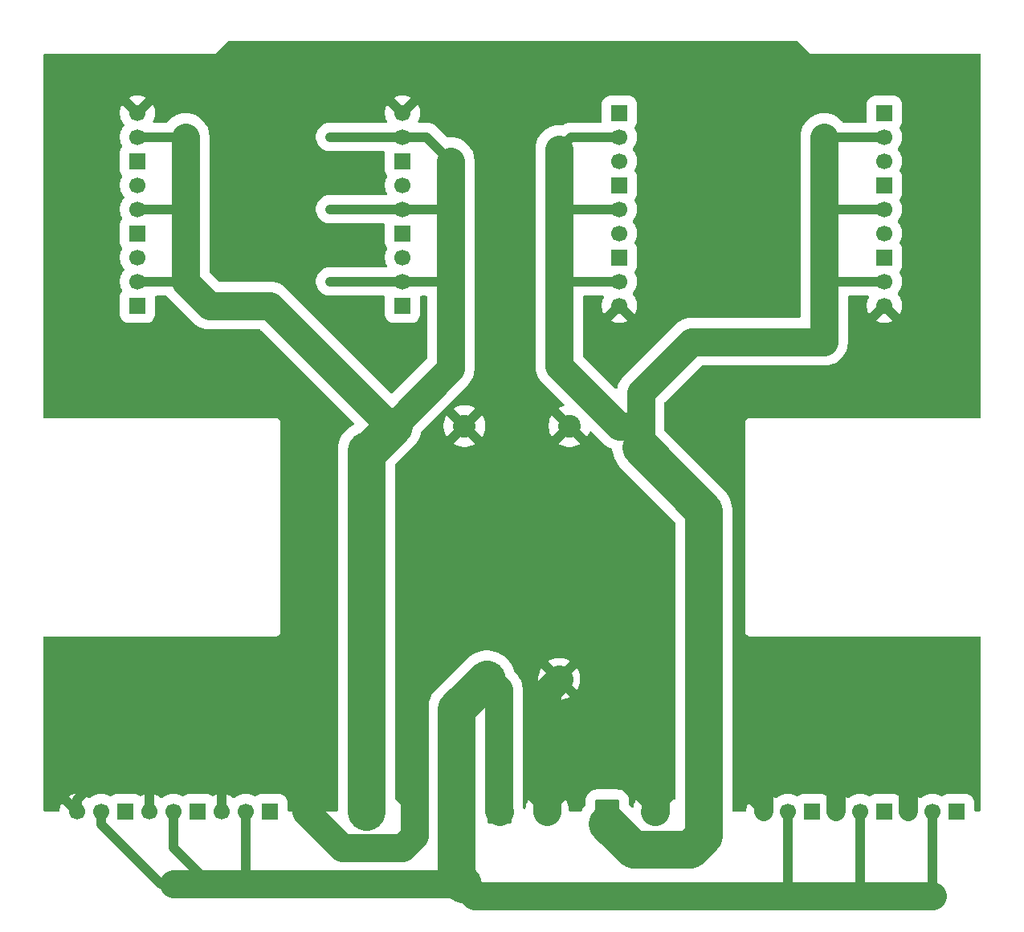
<source format=gbr>
%TF.GenerationSoftware,KiCad,Pcbnew,9.0.4*%
%TF.CreationDate,2025-09-07T22:40:00+02:00*%
%TF.ProjectId,hexapod,68657861-706f-4642-9e6b-696361645f70,rev?*%
%TF.SameCoordinates,Original*%
%TF.FileFunction,Copper,L2,Bot*%
%TF.FilePolarity,Positive*%
%FSLAX46Y46*%
G04 Gerber Fmt 4.6, Leading zero omitted, Abs format (unit mm)*
G04 Created by KiCad (PCBNEW 9.0.4) date 2025-09-07 22:40:00*
%MOMM*%
%LPD*%
G01*
G04 APERTURE LIST*
G04 Aperture macros list*
%AMRoundRect*
0 Rectangle with rounded corners*
0 $1 Rounding radius*
0 $2 $3 $4 $5 $6 $7 $8 $9 X,Y pos of 4 corners*
0 Add a 4 corners polygon primitive as box body*
4,1,4,$2,$3,$4,$5,$6,$7,$8,$9,$2,$3,0*
0 Add four circle primitives for the rounded corners*
1,1,$1+$1,$2,$3*
1,1,$1+$1,$4,$5*
1,1,$1+$1,$6,$7*
1,1,$1+$1,$8,$9*
0 Add four rect primitives between the rounded corners*
20,1,$1+$1,$2,$3,$4,$5,0*
20,1,$1+$1,$4,$5,$6,$7,0*
20,1,$1+$1,$6,$7,$8,$9,0*
20,1,$1+$1,$8,$9,$2,$3,0*%
G04 Aperture macros list end*
%TA.AperFunction,ComponentPad*%
%ADD10R,1.700000X1.700000*%
%TD*%
%TA.AperFunction,ComponentPad*%
%ADD11C,1.700000*%
%TD*%
%TA.AperFunction,ComponentPad*%
%ADD12RoundRect,0.250000X-1.050000X-1.050000X1.050000X-1.050000X1.050000X1.050000X-1.050000X1.050000X0*%
%TD*%
%TA.AperFunction,ComponentPad*%
%ADD13C,2.600000*%
%TD*%
%TA.AperFunction,ComponentPad*%
%ADD14RoundRect,0.250001X-0.949999X-0.949999X0.949999X-0.949999X0.949999X0.949999X-0.949999X0.949999X0*%
%TD*%
%TA.AperFunction,ComponentPad*%
%ADD15C,2.400000*%
%TD*%
%TA.AperFunction,ComponentPad*%
%ADD16RoundRect,0.250001X0.949999X0.949999X-0.949999X0.949999X-0.949999X-0.949999X0.949999X-0.949999X0*%
%TD*%
%TA.AperFunction,ViaPad*%
%ADD17C,3.000000*%
%TD*%
%TA.AperFunction,Conductor*%
%ADD18C,4.000000*%
%TD*%
%TA.AperFunction,Conductor*%
%ADD19C,1.000000*%
%TD*%
%TA.AperFunction,Conductor*%
%ADD20C,3.000000*%
%TD*%
%TA.AperFunction,Conductor*%
%ADD21C,2.000000*%
%TD*%
G04 APERTURE END LIST*
D10*
%TO.P,J14_L_{3}_TIBIA1,1,Pin_1*%
%TO.N,L_{3}_TIBIA*%
X148590000Y-125730000D03*
D11*
%TO.P,J14_L_{3}_TIBIA1,2,Pin_2*%
%TO.N,6V_UBEC2*%
X146050000Y-125730000D03*
%TO.P,J14_L_{3}_TIBIA1,3,Pin_3*%
%TO.N,GND*%
X143510000Y-125730000D03*
%TD*%
D10*
%TO.P,J17_L_{6}_COXA1,1,Pin_1*%
%TO.N,L_{6}_COXA*%
X213360000Y-67310000D03*
D11*
%TO.P,J17_L_{6}_COXA1,2,Pin_2*%
%TO.N,6V_UBEC3*%
X213360000Y-69850000D03*
%TO.P,J17_L_{6}_COXA1,3,Pin_3*%
%TO.N,GND*%
X213360000Y-72390000D03*
%TD*%
D10*
%TO.P,J20_L_{5}_TIBIA1,1,Pin_1*%
%TO.N,L_{5}_TIBIA*%
X185420000Y-52070000D03*
D11*
%TO.P,J20_L_{5}_TIBIA1,2,Pin_2*%
%TO.N,6V_UBEC3*%
X185420000Y-54610000D03*
%TO.P,J20_L_{5}_TIBIA1,3,Pin_3*%
%TO.N,GND*%
X185420000Y-57150000D03*
%TD*%
D12*
%TO.P,J3,1*%
%TO.N,6V_UBEC2*%
X172800000Y-125730000D03*
D13*
%TO.P,J3,2*%
%TO.N,GND*%
X177800000Y-125730000D03*
%TD*%
D14*
%TO.P,C1,1*%
%TO.N,6V_UBEC1*%
X161587246Y-85090000D03*
D15*
%TO.P,C1,2*%
%TO.N,GND*%
X169087246Y-85090000D03*
%TD*%
D12*
%TO.P,J2,1*%
%TO.N,6V_UBEC1*%
X158830000Y-125730000D03*
D13*
%TO.P,J2,2*%
%TO.N,GND*%
X163830000Y-125730000D03*
%TD*%
D10*
%TO.P,J10_L_{3}_COXA1,1,Pin_1*%
%TO.N,L_{3}_COXA*%
X133350000Y-125730000D03*
D11*
%TO.P,J10_L_{3}_COXA1,2,Pin_2*%
%TO.N,6V_UBEC2*%
X130810000Y-125730000D03*
%TO.P,J10_L_{3}_COXA1,3,Pin_3*%
%TO.N,GND*%
X128270000Y-125730000D03*
%TD*%
D10*
%TO.P,J8_L_{2}_FEMUR1,1,Pin_1*%
%TO.N,L_{2}_FEMUR*%
X162560000Y-64770000D03*
D11*
%TO.P,J8_L_{2}_FEMUR1,2,Pin_2*%
%TO.N,6V_UBEC1*%
X162560000Y-62230000D03*
%TO.P,J8_L_{2}_FEMUR1,3,Pin_3*%
%TO.N,GND*%
X162560000Y-59690000D03*
%TD*%
D10*
%TO.P,J13_L_{4}_FEMUR1,1,Pin_1*%
%TO.N,L_{4}_FEMUR*%
X213360000Y-125730000D03*
D11*
%TO.P,J13_L_{4}_FEMUR1,2,Pin_2*%
%TO.N,6V_UBEC2*%
X210820000Y-125730000D03*
%TO.P,J13_L_{4}_FEMUR1,3,Pin_3*%
%TO.N,GND*%
X208280000Y-125730000D03*
%TD*%
D10*
%TO.P,J1_L_{1}_COXA1,1,Pin_1*%
%TO.N,L_{1}_COXA*%
X134620000Y-72390000D03*
D11*
%TO.P,J1_L_{1}_COXA1,2,Pin_2*%
%TO.N,6V_UBEC1*%
X134620000Y-69850000D03*
%TO.P,J1_L_{1}_COXA1,3,Pin_3*%
%TO.N,GND*%
X134620000Y-67310000D03*
%TD*%
D10*
%TO.P,J12_L_{3}_FEMUR1,1,Pin_1*%
%TO.N,L_{3}_FEMUR*%
X140970000Y-125730000D03*
D11*
%TO.P,J12_L_{3}_FEMUR1,2,Pin_2*%
%TO.N,6V_UBEC2*%
X138430000Y-125730000D03*
%TO.P,J12_L_{3}_FEMUR1,3,Pin_3*%
%TO.N,GND*%
X135890000Y-125730000D03*
%TD*%
D12*
%TO.P,J4,1*%
%TO.N,6V_UBEC3*%
X184150000Y-125730000D03*
D13*
%TO.P,J4,2*%
%TO.N,GND*%
X189150000Y-125730000D03*
%TD*%
D10*
%TO.P,J16_L_{5}_COXA1,1,Pin_1*%
%TO.N,L_{5}_COXA*%
X185420000Y-67310000D03*
D11*
%TO.P,J16_L_{5}_COXA1,2,Pin_2*%
%TO.N,6V_UBEC3*%
X185420000Y-69850000D03*
%TO.P,J16_L_{5}_COXA1,3,Pin_3*%
%TO.N,GND*%
X185420000Y-72390000D03*
%TD*%
D10*
%TO.P,J11_L_{4}_COXA1,1,Pin_1*%
%TO.N,L_{4}_COXA*%
X205740000Y-125730000D03*
D11*
%TO.P,J11_L_{4}_COXA1,2,Pin_2*%
%TO.N,6V_UBEC2*%
X203200000Y-125730000D03*
%TO.P,J11_L_{4}_COXA1,3,Pin_3*%
%TO.N,GND*%
X200660000Y-125730000D03*
%TD*%
D10*
%TO.P,J6_L_{1}_TIBIA1,1,Pin_1*%
%TO.N,L_{1}_TIBIA*%
X134620000Y-57150000D03*
D11*
%TO.P,J6_L_{1}_TIBIA1,2,Pin_2*%
%TO.N,6V_UBEC1*%
X134620000Y-54610000D03*
%TO.P,J6_L_{1}_TIBIA1,3,Pin_3*%
%TO.N,GND*%
X134620000Y-52070000D03*
%TD*%
D10*
%TO.P,J15_L_{4}_TIBIA1,1,Pin_1*%
%TO.N,L_{4}_TIBIA*%
X220980000Y-125730000D03*
D11*
%TO.P,J15_L_{4}_TIBIA1,2,Pin_2*%
%TO.N,6V_UBEC2*%
X218440000Y-125730000D03*
%TO.P,J15_L_{4}_TIBIA1,3,Pin_3*%
%TO.N,GND*%
X215900000Y-125730000D03*
%TD*%
D10*
%TO.P,J18_L_{5}_FEMUR1,1,Pin_1*%
%TO.N,L_{5}_FEMUR*%
X185420000Y-59690000D03*
D11*
%TO.P,J18_L_{5}_FEMUR1,2,Pin_2*%
%TO.N,6V_UBEC3*%
X185420000Y-62230000D03*
%TO.P,J18_L_{5}_FEMUR1,3,Pin_3*%
%TO.N,GND*%
X185420000Y-64770000D03*
%TD*%
D14*
%TO.P,C2,1*%
%TO.N,6V_UBEC2*%
X171570000Y-111760000D03*
D15*
%TO.P,C2,2*%
%TO.N,GND*%
X179070000Y-111760000D03*
%TD*%
D10*
%TO.P,J9_L_{2}_TIBIA1,1,Pin_1*%
%TO.N,L_{2}_TIBIA*%
X162560000Y-57150000D03*
D11*
%TO.P,J9_L_{2}_TIBIA1,2,Pin_2*%
%TO.N,6V_UBEC1*%
X162560000Y-54610000D03*
%TO.P,J9_L_{2}_TIBIA1,3,Pin_3*%
%TO.N,GND*%
X162560000Y-52070000D03*
%TD*%
D10*
%TO.P,J7_L_{2}_COXA1,1,Pin_1*%
%TO.N,L_{2}_COXA*%
X162560000Y-72390000D03*
D11*
%TO.P,J7_L_{2}_COXA1,2,Pin_2*%
%TO.N,6V_UBEC1*%
X162560000Y-69850000D03*
%TO.P,J7_L_{2}_COXA1,3,Pin_3*%
%TO.N,GND*%
X162560000Y-67310000D03*
%TD*%
D10*
%TO.P,J19_L_{6}_FEMUR1,1,Pin_1*%
%TO.N,L_{6}_FEMUR*%
X213360000Y-59690000D03*
D11*
%TO.P,J19_L_{6}_FEMUR1,2,Pin_2*%
%TO.N,6V_UBEC3*%
X213360000Y-62230000D03*
%TO.P,J19_L_{6}_FEMUR1,3,Pin_3*%
%TO.N,GND*%
X213360000Y-64770000D03*
%TD*%
D10*
%TO.P,J5_L_{1}_FEMUR1,1,Pin_1*%
%TO.N,L_{1}_FEMUR*%
X134620000Y-64770000D03*
D11*
%TO.P,J5_L_{1}_FEMUR1,2,Pin_2*%
%TO.N,6V_UBEC1*%
X134620000Y-62230000D03*
%TO.P,J5_L_{1}_FEMUR1,3,Pin_3*%
%TO.N,GND*%
X134620000Y-59690000D03*
%TD*%
D16*
%TO.P,C3,1*%
%TO.N,6V_UBEC3*%
X187662755Y-85090000D03*
D15*
%TO.P,C3,2*%
%TO.N,GND*%
X180162755Y-85090000D03*
%TD*%
D10*
%TO.P,J21_L_{6}_TIBIA1,1,Pin_1*%
%TO.N,L_{6}_TIBIA*%
X213360000Y-52070000D03*
D11*
%TO.P,J21_L_{6}_TIBIA1,2,Pin_2*%
%TO.N,6V_UBEC3*%
X213360000Y-54610000D03*
%TO.P,J21_L_{6}_TIBIA1,3,Pin_3*%
%TO.N,GND*%
X213360000Y-57150000D03*
%TD*%
D17*
%TO.N,GND*%
X182880000Y-102870000D03*
X208280000Y-118110000D03*
X166370000Y-102870000D03*
%TD*%
D18*
%TO.N,6V_UBEC2*%
X168250000Y-114960000D02*
X171450000Y-111760000D01*
X168250000Y-132690000D02*
X168250000Y-114960000D01*
X168910000Y-133350000D02*
X168250000Y-132690000D01*
D19*
%TO.N,GND*%
X128270000Y-124527919D02*
X128270000Y-125730000D01*
D20*
X200660000Y-118110000D02*
X208280000Y-118110000D01*
X177800000Y-125730000D02*
X177800000Y-113030000D01*
X156210000Y-129540000D02*
X152400000Y-125730000D01*
D21*
X208280000Y-125730000D02*
X208280000Y-118110000D01*
D20*
X208280000Y-118110000D02*
X215900000Y-118110000D01*
X177800000Y-113030000D02*
X179070000Y-111760000D01*
X135890000Y-121920000D02*
X130877919Y-121920000D01*
D21*
X215900000Y-118110000D02*
X215900000Y-125730000D01*
D20*
X152400000Y-121920000D02*
X143510000Y-121920000D01*
X189150000Y-125730000D02*
X189230000Y-125730000D01*
X152400000Y-125730000D02*
X152400000Y-121920000D01*
X189230000Y-125730000D02*
X189230000Y-113030000D01*
D19*
X130877919Y-121920000D02*
X128270000Y-124527919D01*
D20*
X162560000Y-129540000D02*
X156210000Y-129540000D01*
D19*
X135890000Y-125730000D02*
X135890000Y-121920000D01*
D20*
X189230000Y-113030000D02*
X185420000Y-109220000D01*
X163830000Y-125730000D02*
X163830000Y-128270000D01*
X163830000Y-125730000D02*
X163830000Y-109220000D01*
X143510000Y-121920000D02*
X135890000Y-121920000D01*
D21*
X200660000Y-125730000D02*
X200660000Y-118110000D01*
D19*
X143510000Y-125730000D02*
X143510000Y-121920000D01*
D20*
X163830000Y-128270000D02*
X162560000Y-129540000D01*
D19*
%TO.N,6V_UBEC1*%
X158750000Y-87630000D02*
X159047246Y-87630000D01*
D20*
X142240000Y-72390000D02*
X139700000Y-69850000D01*
X139700000Y-69850000D02*
X139700000Y-62230000D01*
D19*
X154940000Y-69850000D02*
X167640000Y-69850000D01*
D18*
X158750000Y-125730000D02*
X158750000Y-87630000D01*
D20*
X167640000Y-62230000D02*
X167640000Y-57150000D01*
D18*
X159047246Y-87630000D02*
X161587246Y-85090000D01*
D20*
X167640000Y-69850000D02*
X167640000Y-62230000D01*
X161587246Y-85090000D02*
X167640000Y-79037246D01*
X161290000Y-85090000D02*
X148590000Y-72390000D01*
X158830000Y-125730000D02*
X158750000Y-125730000D01*
X167640000Y-79037246D02*
X167640000Y-69850000D01*
D19*
X134620000Y-54610000D02*
X139700000Y-54610000D01*
X134620000Y-62230000D02*
X139700000Y-62230000D01*
X167640000Y-57150000D02*
X165100000Y-54610000D01*
X134620000Y-69850000D02*
X139700000Y-69850000D01*
D20*
X139700000Y-62230000D02*
X139700000Y-54610000D01*
D19*
X154940000Y-62230000D02*
X167640000Y-62230000D01*
D20*
X148590000Y-72390000D02*
X142240000Y-72390000D01*
D19*
X165100000Y-54610000D02*
X154940000Y-54610000D01*
X161587246Y-85090000D02*
X161290000Y-85090000D01*
D20*
%TO.N,6V_UBEC2*%
X210820000Y-134620000D02*
X217170000Y-134620000D01*
X172720000Y-112910000D02*
X172720000Y-125650000D01*
X203200000Y-134620000D02*
X210820000Y-134620000D01*
D19*
X130810000Y-125730000D02*
X130810000Y-127092000D01*
X210820000Y-125730000D02*
X210820000Y-134620000D01*
X138430000Y-125730000D02*
X138430000Y-129540000D01*
D20*
X168910000Y-133350000D02*
X146050000Y-133350000D01*
D19*
X171570000Y-111760000D02*
X171450000Y-111760000D01*
X146050000Y-125730000D02*
X146050000Y-133350000D01*
D20*
X170180000Y-134620000D02*
X203200000Y-134620000D01*
X142240000Y-133350000D02*
X138430000Y-133350000D01*
D19*
X203200000Y-125730000D02*
X203200000Y-134620000D01*
X138430000Y-129540000D02*
X142240000Y-133350000D01*
X137068000Y-133350000D02*
X138430000Y-133350000D01*
D20*
X171570000Y-111760000D02*
X172720000Y-112910000D01*
D19*
X218440000Y-125730000D02*
X218440000Y-133350000D01*
D20*
X172720000Y-125650000D02*
X172800000Y-125730000D01*
X168910000Y-133350000D02*
X170180000Y-134620000D01*
D19*
X130810000Y-127092000D02*
X137068000Y-133350000D01*
D20*
X217170000Y-134620000D02*
X218440000Y-134620000D01*
D19*
X218440000Y-133350000D02*
X217170000Y-134620000D01*
D20*
X146050000Y-133350000D02*
X142240000Y-133350000D01*
D19*
%TO.N,6V_UBEC3*%
X180340000Y-54610000D02*
X185420000Y-54610000D01*
D20*
X187662755Y-81577245D02*
X193040000Y-76200000D01*
X179070000Y-78740000D02*
X179070000Y-69850000D01*
D19*
X213360000Y-62230000D02*
X207010000Y-62230000D01*
D20*
X187662755Y-87332755D02*
X187662755Y-85090000D01*
X185420000Y-85090000D02*
X179070000Y-78740000D01*
X187662755Y-85090000D02*
X187662755Y-81577245D01*
X207010000Y-76200000D02*
X207010000Y-69850000D01*
D19*
X213360000Y-54610000D02*
X207010000Y-54610000D01*
D20*
X193040000Y-76200000D02*
X207010000Y-76200000D01*
D18*
X192812307Y-129767693D02*
X194310000Y-128270000D01*
D19*
X213360000Y-69850000D02*
X207010000Y-69850000D01*
D18*
X186917693Y-129767693D02*
X192812307Y-129767693D01*
D20*
X207010000Y-62230000D02*
X207010000Y-54610000D01*
X187662755Y-85090000D02*
X185420000Y-85090000D01*
X179070000Y-69850000D02*
X179070000Y-62230000D01*
D19*
X185420000Y-62230000D02*
X179070000Y-62230000D01*
D20*
X207010000Y-69850000D02*
X207010000Y-62230000D01*
X179070000Y-62230000D02*
X179070000Y-55880000D01*
D18*
X194310000Y-128270000D02*
X194310000Y-93980000D01*
D19*
X179070000Y-55880000D02*
X180340000Y-54610000D01*
X185420000Y-69850000D02*
X179070000Y-69850000D01*
D18*
X184150000Y-127000000D02*
X186917693Y-129767693D01*
X194310000Y-93980000D02*
X187662755Y-87332755D01*
%TD*%
%TA.AperFunction,Conductor*%
%TO.N,GND*%
G36*
X204176662Y-44469685D02*
G01*
X204197304Y-44486319D01*
X205443546Y-45732561D01*
X205557674Y-45798453D01*
X205684968Y-45832561D01*
X205816753Y-45832561D01*
X223396000Y-45832561D01*
X223463039Y-45852246D01*
X223508794Y-45905050D01*
X223520000Y-45956561D01*
X223520000Y-84151212D01*
X223500315Y-84218251D01*
X223447511Y-84264006D01*
X223396000Y-84275212D01*
X199128619Y-84275212D01*
X199001323Y-84309320D01*
X198887197Y-84375212D01*
X198887194Y-84375214D01*
X198794013Y-84468395D01*
X198794011Y-84468398D01*
X198728119Y-84582524D01*
X198694011Y-84709820D01*
X198694011Y-106841603D01*
X198728119Y-106968899D01*
X198761065Y-107025962D01*
X198794011Y-107083026D01*
X198887197Y-107176212D01*
X199001325Y-107242104D01*
X199128619Y-107276212D01*
X199260403Y-107276212D01*
X223396000Y-107276212D01*
X223463039Y-107295897D01*
X223508794Y-107348701D01*
X223520000Y-107400212D01*
X223520000Y-125606000D01*
X223500315Y-125673039D01*
X223447511Y-125718794D01*
X223396000Y-125730000D01*
X222954499Y-125730000D01*
X222887460Y-125710315D01*
X222841705Y-125657511D01*
X222830499Y-125606000D01*
X222830499Y-124821971D01*
X222830499Y-124821964D01*
X222819886Y-124702582D01*
X222763909Y-124506951D01*
X222669698Y-124326593D01*
X222557082Y-124188480D01*
X222541109Y-124168890D01*
X222383409Y-124040304D01*
X222383410Y-124040304D01*
X222383407Y-124040302D01*
X222203049Y-123946091D01*
X222203048Y-123946090D01*
X222203045Y-123946089D01*
X222082693Y-123911653D01*
X222007418Y-123890114D01*
X222007415Y-123890113D01*
X222007413Y-123890113D01*
X221941102Y-123884217D01*
X221888037Y-123879500D01*
X221888032Y-123879500D01*
X220071971Y-123879500D01*
X220071965Y-123879500D01*
X220071964Y-123879501D01*
X220066351Y-123880000D01*
X219952584Y-123890113D01*
X219756954Y-123946089D01*
X219576591Y-124040303D01*
X219492718Y-124108692D01*
X219428321Y-124135800D01*
X219359492Y-124123790D01*
X219352358Y-124119976D01*
X219260215Y-124066777D01*
X219260205Y-124066773D01*
X219036104Y-123973947D01*
X218801785Y-123911161D01*
X218561289Y-123879500D01*
X218561288Y-123879500D01*
X218318712Y-123879500D01*
X218318711Y-123879500D01*
X218078214Y-123911161D01*
X217843895Y-123973947D01*
X217619794Y-124066773D01*
X217619785Y-124066777D01*
X217409706Y-124188067D01*
X217245074Y-124314393D01*
X217179905Y-124339587D01*
X217111460Y-124325548D01*
X217094102Y-124314393D01*
X216930009Y-124188480D01*
X216719993Y-124067227D01*
X216719978Y-124067220D01*
X216495939Y-123974421D01*
X216261687Y-123911653D01*
X216021264Y-123880001D01*
X216021248Y-123880000D01*
X215778752Y-123880000D01*
X215778735Y-123880001D01*
X215538312Y-123911653D01*
X215304060Y-123974421D01*
X215080021Y-124067220D01*
X215079999Y-124067231D01*
X214988055Y-124120315D01*
X214920155Y-124136788D01*
X214854128Y-124113935D01*
X214847695Y-124109030D01*
X214763407Y-124040302D01*
X214583049Y-123946091D01*
X214583048Y-123946090D01*
X214583045Y-123946089D01*
X214462693Y-123911653D01*
X214387418Y-123890114D01*
X214387415Y-123890113D01*
X214387413Y-123890113D01*
X214321102Y-123884217D01*
X214268037Y-123879500D01*
X214268032Y-123879500D01*
X212451971Y-123879500D01*
X212451965Y-123879500D01*
X212451964Y-123879501D01*
X212446351Y-123880000D01*
X212332584Y-123890113D01*
X212136954Y-123946089D01*
X211956591Y-124040303D01*
X211872718Y-124108692D01*
X211808321Y-124135800D01*
X211739492Y-124123790D01*
X211732358Y-124119976D01*
X211640215Y-124066777D01*
X211640205Y-124066773D01*
X211416104Y-123973947D01*
X211181785Y-123911161D01*
X210941289Y-123879500D01*
X210941288Y-123879500D01*
X210698712Y-123879500D01*
X210698711Y-123879500D01*
X210458214Y-123911161D01*
X210223895Y-123973947D01*
X209999794Y-124066773D01*
X209999785Y-124066777D01*
X209789706Y-124188067D01*
X209625074Y-124314393D01*
X209559905Y-124339587D01*
X209491460Y-124325548D01*
X209474102Y-124314393D01*
X209310009Y-124188480D01*
X209099993Y-124067227D01*
X209099978Y-124067220D01*
X208875939Y-123974421D01*
X208641687Y-123911653D01*
X208401264Y-123880001D01*
X208401248Y-123880000D01*
X208158752Y-123880000D01*
X208158735Y-123880001D01*
X207918312Y-123911653D01*
X207684060Y-123974421D01*
X207460021Y-124067220D01*
X207459999Y-124067231D01*
X207368055Y-124120315D01*
X207300155Y-124136788D01*
X207234128Y-124113935D01*
X207227695Y-124109030D01*
X207143407Y-124040302D01*
X206963049Y-123946091D01*
X206963048Y-123946090D01*
X206963045Y-123946089D01*
X206842693Y-123911653D01*
X206767418Y-123890114D01*
X206767415Y-123890113D01*
X206767413Y-123890113D01*
X206701102Y-123884217D01*
X206648037Y-123879500D01*
X206648032Y-123879500D01*
X204831971Y-123879500D01*
X204831965Y-123879500D01*
X204831964Y-123879501D01*
X204826351Y-123880000D01*
X204712584Y-123890113D01*
X204516954Y-123946089D01*
X204336591Y-124040303D01*
X204252718Y-124108692D01*
X204188321Y-124135800D01*
X204119492Y-124123790D01*
X204112358Y-124119976D01*
X204020215Y-124066777D01*
X204020205Y-124066773D01*
X203796104Y-123973947D01*
X203561785Y-123911161D01*
X203321289Y-123879500D01*
X203321288Y-123879500D01*
X203078712Y-123879500D01*
X203078711Y-123879500D01*
X202838214Y-123911161D01*
X202603895Y-123973947D01*
X202379794Y-124066773D01*
X202379785Y-124066777D01*
X202169706Y-124188067D01*
X202005074Y-124314393D01*
X201939905Y-124339587D01*
X201871460Y-124325548D01*
X201854102Y-124314393D01*
X201690009Y-124188480D01*
X201479993Y-124067227D01*
X201479978Y-124067220D01*
X201255939Y-123974421D01*
X201021687Y-123911653D01*
X200781264Y-123880001D01*
X200781248Y-123880000D01*
X200538752Y-123880000D01*
X200538735Y-123880001D01*
X200298312Y-123911653D01*
X200064060Y-123974421D01*
X199840021Y-124067220D01*
X199840007Y-124067227D01*
X199753994Y-124116887D01*
X199753994Y-124116888D01*
X200925872Y-125288766D01*
X200939736Y-125314156D01*
X200852993Y-125264075D01*
X200725826Y-125230000D01*
X200594174Y-125230000D01*
X200467007Y-125264075D01*
X200352993Y-125329901D01*
X200259901Y-125422993D01*
X200194075Y-125537007D01*
X200160000Y-125664174D01*
X200160000Y-125730000D01*
X199952894Y-125730000D01*
X199046888Y-124823994D01*
X199046887Y-124823994D01*
X198997227Y-124910007D01*
X198997220Y-124910021D01*
X198904421Y-125134060D01*
X198841653Y-125368312D01*
X198810001Y-125608735D01*
X198809735Y-125612795D01*
X198808037Y-125612683D01*
X198790315Y-125673039D01*
X198737511Y-125718794D01*
X198686000Y-125730000D01*
X197434500Y-125730000D01*
X197367461Y-125710315D01*
X197321706Y-125657511D01*
X197310500Y-125606000D01*
X197310500Y-93811493D01*
X197310499Y-93811491D01*
X197272768Y-93476618D01*
X197272767Y-93476606D01*
X197197776Y-93148046D01*
X197086469Y-92829949D01*
X196940246Y-92526314D01*
X196760946Y-92240961D01*
X196550825Y-91977477D01*
X196312523Y-91739175D01*
X190199574Y-85626226D01*
X190166089Y-85564903D01*
X190163255Y-85538545D01*
X190163255Y-82664348D01*
X190182940Y-82597309D01*
X190199574Y-82576667D01*
X194039422Y-78736819D01*
X194100745Y-78703334D01*
X194127103Y-78700500D01*
X207150428Y-78700500D01*
X207150429Y-78700499D01*
X207293055Y-78684429D01*
X207429494Y-78669057D01*
X207429499Y-78669056D01*
X207429509Y-78669055D01*
X207703318Y-78606560D01*
X207968408Y-78513801D01*
X208221445Y-78391945D01*
X208459248Y-78242523D01*
X208678825Y-78067416D01*
X208877416Y-77868825D01*
X209052523Y-77649248D01*
X209201945Y-77411445D01*
X209323801Y-77158408D01*
X209416560Y-76893318D01*
X209479055Y-76619509D01*
X209510500Y-76340425D01*
X209510500Y-74003111D01*
X212453993Y-74003111D01*
X212540009Y-74052773D01*
X212540018Y-74052778D01*
X212764060Y-74145578D01*
X212998312Y-74208346D01*
X213238735Y-74239998D01*
X213238752Y-74240000D01*
X213481248Y-74240000D01*
X213481264Y-74239998D01*
X213721687Y-74208346D01*
X213955936Y-74145579D01*
X214179986Y-74052774D01*
X214179990Y-74052772D01*
X214266005Y-74003111D01*
X213360001Y-73097106D01*
X213360000Y-73097106D01*
X212453993Y-74003111D01*
X209510500Y-74003111D01*
X209510500Y-71474500D01*
X209530185Y-71407461D01*
X209582989Y-71361706D01*
X209634500Y-71350500D01*
X211609186Y-71350500D01*
X211676225Y-71370185D01*
X211721980Y-71422989D01*
X211731924Y-71492147D01*
X211716573Y-71536500D01*
X211697227Y-71570007D01*
X211697220Y-71570021D01*
X211604421Y-71794060D01*
X211541653Y-72028312D01*
X211510001Y-72268735D01*
X211510000Y-72268751D01*
X211510000Y-72511248D01*
X211510001Y-72511264D01*
X211541653Y-72751687D01*
X211604421Y-72985939D01*
X211697221Y-73209981D01*
X211697229Y-73209997D01*
X211746887Y-73296005D01*
X212918765Y-72124127D01*
X212944157Y-72110261D01*
X212894075Y-72197007D01*
X212860000Y-72324174D01*
X212860000Y-72455826D01*
X212894075Y-72582993D01*
X212959901Y-72697007D01*
X213052993Y-72790099D01*
X213167007Y-72855925D01*
X213294174Y-72890000D01*
X213425826Y-72890000D01*
X213552993Y-72855925D01*
X213667007Y-72790099D01*
X213760099Y-72697007D01*
X213825925Y-72582993D01*
X213860000Y-72455826D01*
X213860000Y-72324174D01*
X213825925Y-72197007D01*
X213773591Y-72106362D01*
X213801234Y-72124128D01*
X214973111Y-73296005D01*
X215022772Y-73209990D01*
X215022774Y-73209986D01*
X215115579Y-72985936D01*
X215178346Y-72751687D01*
X215209998Y-72511264D01*
X215210000Y-72511248D01*
X215210000Y-72268751D01*
X215209998Y-72268735D01*
X215178346Y-72028312D01*
X215115578Y-71794060D01*
X215022779Y-71570021D01*
X215022772Y-71570006D01*
X214901519Y-71359990D01*
X214775606Y-71195897D01*
X214750412Y-71130728D01*
X214764450Y-71062283D01*
X214775598Y-71044935D01*
X214901936Y-70880289D01*
X215023224Y-70670212D01*
X215116054Y-70446100D01*
X215178838Y-70211789D01*
X215210500Y-69971288D01*
X215210500Y-69728712D01*
X215178838Y-69488211D01*
X215116054Y-69253900D01*
X215023224Y-69029788D01*
X215023218Y-69029777D01*
X214970023Y-68937639D01*
X214953550Y-68869739D01*
X214976403Y-68803712D01*
X214981298Y-68797292D01*
X215049698Y-68713407D01*
X215143909Y-68533049D01*
X215199886Y-68337418D01*
X215210500Y-68218037D01*
X215210499Y-66401964D01*
X215199886Y-66282582D01*
X215143909Y-66086951D01*
X215049698Y-65906593D01*
X214980968Y-65822302D01*
X214953860Y-65757908D01*
X214965869Y-65689078D01*
X214969685Y-65681942D01*
X215022768Y-65590001D01*
X215022778Y-65589981D01*
X215115578Y-65365939D01*
X215178346Y-65131687D01*
X215209998Y-64891264D01*
X215210000Y-64891248D01*
X215210000Y-64648751D01*
X215209998Y-64648735D01*
X215178346Y-64408312D01*
X215115578Y-64174060D01*
X215022779Y-63950021D01*
X215022772Y-63950006D01*
X214901519Y-63739990D01*
X214775606Y-63575897D01*
X214750412Y-63510728D01*
X214764450Y-63442283D01*
X214775598Y-63424935D01*
X214901936Y-63260289D01*
X215023224Y-63050212D01*
X215116054Y-62826100D01*
X215178838Y-62591789D01*
X215210500Y-62351288D01*
X215210500Y-62108712D01*
X215178838Y-61868211D01*
X215116054Y-61633900D01*
X215023224Y-61409788D01*
X215023218Y-61409777D01*
X214970023Y-61317639D01*
X214953550Y-61249739D01*
X214976403Y-61183712D01*
X214981298Y-61177292D01*
X215049698Y-61093407D01*
X215143909Y-60913049D01*
X215199886Y-60717418D01*
X215210500Y-60598037D01*
X215210499Y-58781964D01*
X215199886Y-58662582D01*
X215143909Y-58466951D01*
X215049698Y-58286593D01*
X214980968Y-58202302D01*
X214953860Y-58137908D01*
X214965869Y-58069078D01*
X214969685Y-58061942D01*
X215022768Y-57970001D01*
X215022778Y-57969981D01*
X215115578Y-57745939D01*
X215178346Y-57511687D01*
X215209998Y-57271264D01*
X215210000Y-57271248D01*
X215210000Y-57028751D01*
X215209998Y-57028735D01*
X215178346Y-56788312D01*
X215115578Y-56554060D01*
X215022779Y-56330021D01*
X215022772Y-56330006D01*
X214901519Y-56119990D01*
X214775606Y-55955897D01*
X214750412Y-55890728D01*
X214764450Y-55822283D01*
X214775598Y-55804935D01*
X214901936Y-55640289D01*
X215023224Y-55430212D01*
X215116054Y-55206100D01*
X215178838Y-54971789D01*
X215210500Y-54731288D01*
X215210500Y-54488712D01*
X215178838Y-54248211D01*
X215116054Y-54013900D01*
X215115508Y-54012583D01*
X215042977Y-53837476D01*
X215023224Y-53789788D01*
X215023218Y-53789777D01*
X214970023Y-53697639D01*
X214953550Y-53629739D01*
X214976403Y-53563712D01*
X214981298Y-53557292D01*
X215049698Y-53473407D01*
X215143909Y-53293049D01*
X215199886Y-53097418D01*
X215210500Y-52978037D01*
X215210499Y-51161964D01*
X215199886Y-51042582D01*
X215143909Y-50846951D01*
X215049698Y-50666593D01*
X214997684Y-50602803D01*
X214921109Y-50508890D01*
X214796428Y-50407227D01*
X214763407Y-50380302D01*
X214583049Y-50286091D01*
X214583048Y-50286090D01*
X214583045Y-50286089D01*
X214462693Y-50251653D01*
X214387418Y-50230114D01*
X214387415Y-50230113D01*
X214387413Y-50230113D01*
X214321102Y-50224217D01*
X214268037Y-50219500D01*
X214268032Y-50219500D01*
X212451971Y-50219500D01*
X212451965Y-50219500D01*
X212451964Y-50219501D01*
X212446351Y-50220000D01*
X212332584Y-50230113D01*
X212136954Y-50286089D01*
X212082716Y-50314421D01*
X211956593Y-50380302D01*
X211956591Y-50380303D01*
X211956590Y-50380304D01*
X211798890Y-50508890D01*
X211670304Y-50666590D01*
X211576089Y-50846954D01*
X211520114Y-51042583D01*
X211520113Y-51042586D01*
X211509500Y-51161966D01*
X211509500Y-52978046D01*
X211509588Y-52980009D01*
X211509500Y-52980362D01*
X211509501Y-52980785D01*
X211509397Y-52980785D01*
X211492892Y-53047854D01*
X211442166Y-53095903D01*
X211385710Y-53109500D01*
X209071366Y-53109500D01*
X209004327Y-53089815D01*
X208974419Y-53062813D01*
X208906812Y-52978037D01*
X208877416Y-52941175D01*
X208678825Y-52742584D01*
X208459248Y-52567477D01*
X208221445Y-52418055D01*
X208221442Y-52418053D01*
X207968411Y-52296200D01*
X207703329Y-52203443D01*
X207703317Y-52203439D01*
X207429512Y-52140945D01*
X207429494Y-52140942D01*
X207150431Y-52109500D01*
X207150425Y-52109500D01*
X206869575Y-52109500D01*
X206869568Y-52109500D01*
X206590505Y-52140942D01*
X206590487Y-52140945D01*
X206316682Y-52203439D01*
X206316670Y-52203443D01*
X206051588Y-52296200D01*
X205798557Y-52418053D01*
X205560753Y-52567476D01*
X205341175Y-52742583D01*
X205142583Y-52941175D01*
X204967476Y-53160753D01*
X204818053Y-53398557D01*
X204696200Y-53651588D01*
X204603443Y-53916670D01*
X204603439Y-53916682D01*
X204540945Y-54190487D01*
X204540942Y-54190505D01*
X204509500Y-54469568D01*
X204509500Y-73575500D01*
X204489815Y-73642539D01*
X204437011Y-73688294D01*
X204385500Y-73699500D01*
X192899568Y-73699500D01*
X192620505Y-73730942D01*
X192620487Y-73730945D01*
X192346682Y-73793439D01*
X192346670Y-73793443D01*
X192081588Y-73886200D01*
X191946805Y-73951109D01*
X191946804Y-73951109D01*
X191828560Y-74008051D01*
X191590753Y-74157476D01*
X191371175Y-74332583D01*
X185795338Y-79908420D01*
X185620231Y-80127998D01*
X185470808Y-80365802D01*
X185348955Y-80618833D01*
X185256198Y-80883915D01*
X185256195Y-80883923D01*
X185212085Y-81077184D01*
X185177976Y-81138162D01*
X185116315Y-81171020D01*
X185046677Y-81165325D01*
X185003513Y-81137272D01*
X181606819Y-77740578D01*
X181573334Y-77679255D01*
X181570500Y-77652897D01*
X181570500Y-74003111D01*
X184513993Y-74003111D01*
X184600009Y-74052773D01*
X184600018Y-74052778D01*
X184824060Y-74145578D01*
X185058312Y-74208346D01*
X185298735Y-74239998D01*
X185298752Y-74240000D01*
X185541248Y-74240000D01*
X185541264Y-74239998D01*
X185781687Y-74208346D01*
X186015936Y-74145579D01*
X186239986Y-74052774D01*
X186239990Y-74052772D01*
X186326005Y-74003111D01*
X185420001Y-73097106D01*
X185420000Y-73097106D01*
X184513993Y-74003111D01*
X181570500Y-74003111D01*
X181570500Y-71474500D01*
X181590185Y-71407461D01*
X181642989Y-71361706D01*
X181694500Y-71350500D01*
X183669186Y-71350500D01*
X183736225Y-71370185D01*
X183781980Y-71422989D01*
X183791924Y-71492147D01*
X183776573Y-71536500D01*
X183757227Y-71570007D01*
X183757220Y-71570021D01*
X183664421Y-71794060D01*
X183601653Y-72028312D01*
X183570001Y-72268735D01*
X183570000Y-72268751D01*
X183570000Y-72511248D01*
X183570001Y-72511264D01*
X183601653Y-72751687D01*
X183664421Y-72985939D01*
X183757221Y-73209981D01*
X183757229Y-73209997D01*
X183806887Y-73296005D01*
X184978765Y-72124127D01*
X185004157Y-72110261D01*
X184954075Y-72197007D01*
X184920000Y-72324174D01*
X184920000Y-72455826D01*
X184954075Y-72582993D01*
X185019901Y-72697007D01*
X185112993Y-72790099D01*
X185227007Y-72855925D01*
X185354174Y-72890000D01*
X185485826Y-72890000D01*
X185612993Y-72855925D01*
X185727007Y-72790099D01*
X185820099Y-72697007D01*
X185885925Y-72582993D01*
X185920000Y-72455826D01*
X185920000Y-72324174D01*
X185885925Y-72197007D01*
X185833591Y-72106362D01*
X185861234Y-72124128D01*
X187033111Y-73296005D01*
X187082772Y-73209990D01*
X187082774Y-73209986D01*
X187175579Y-72985936D01*
X187238346Y-72751687D01*
X187269998Y-72511264D01*
X187270000Y-72511248D01*
X187270000Y-72268751D01*
X187269998Y-72268735D01*
X187238346Y-72028312D01*
X187175578Y-71794060D01*
X187082779Y-71570021D01*
X187082772Y-71570006D01*
X186961519Y-71359990D01*
X186835606Y-71195897D01*
X186810412Y-71130728D01*
X186824450Y-71062283D01*
X186835598Y-71044935D01*
X186961936Y-70880289D01*
X187083224Y-70670212D01*
X187176054Y-70446100D01*
X187238838Y-70211789D01*
X187270500Y-69971288D01*
X187270500Y-69728712D01*
X187238838Y-69488211D01*
X187176054Y-69253900D01*
X187083224Y-69029788D01*
X187083218Y-69029777D01*
X187030023Y-68937639D01*
X187013550Y-68869739D01*
X187036403Y-68803712D01*
X187041298Y-68797292D01*
X187109698Y-68713407D01*
X187203909Y-68533049D01*
X187259886Y-68337418D01*
X187270500Y-68218037D01*
X187270499Y-66401964D01*
X187259886Y-66282582D01*
X187203909Y-66086951D01*
X187109698Y-65906593D01*
X187040968Y-65822302D01*
X187013860Y-65757908D01*
X187025869Y-65689078D01*
X187029685Y-65681942D01*
X187082768Y-65590001D01*
X187082778Y-65589981D01*
X187175578Y-65365939D01*
X187238346Y-65131687D01*
X187269998Y-64891264D01*
X187270000Y-64891248D01*
X187270000Y-64648751D01*
X187269998Y-64648735D01*
X187238346Y-64408312D01*
X187175578Y-64174060D01*
X187082779Y-63950021D01*
X187082772Y-63950006D01*
X186961519Y-63739990D01*
X186835606Y-63575897D01*
X186810412Y-63510728D01*
X186824450Y-63442283D01*
X186835598Y-63424935D01*
X186961936Y-63260289D01*
X187083224Y-63050212D01*
X187176054Y-62826100D01*
X187238838Y-62591789D01*
X187270500Y-62351288D01*
X187270500Y-62108712D01*
X187238838Y-61868211D01*
X187176054Y-61633900D01*
X187083224Y-61409788D01*
X187083218Y-61409777D01*
X187030023Y-61317639D01*
X187013550Y-61249739D01*
X187036403Y-61183712D01*
X187041298Y-61177292D01*
X187109698Y-61093407D01*
X187203909Y-60913049D01*
X187259886Y-60717418D01*
X187270500Y-60598037D01*
X187270499Y-58781964D01*
X187259886Y-58662582D01*
X187203909Y-58466951D01*
X187109698Y-58286593D01*
X187040968Y-58202302D01*
X187013860Y-58137908D01*
X187025869Y-58069078D01*
X187029685Y-58061942D01*
X187082768Y-57970001D01*
X187082778Y-57969981D01*
X187175578Y-57745939D01*
X187238346Y-57511687D01*
X187269998Y-57271264D01*
X187270000Y-57271248D01*
X187270000Y-57028751D01*
X187269998Y-57028735D01*
X187238346Y-56788312D01*
X187175578Y-56554060D01*
X187082779Y-56330021D01*
X187082772Y-56330006D01*
X186961519Y-56119990D01*
X186835606Y-55955897D01*
X186810412Y-55890728D01*
X186824450Y-55822283D01*
X186835598Y-55804935D01*
X186961936Y-55640289D01*
X187083224Y-55430212D01*
X187176054Y-55206100D01*
X187238838Y-54971789D01*
X187270500Y-54731288D01*
X187270500Y-54488712D01*
X187238838Y-54248211D01*
X187176054Y-54013900D01*
X187175508Y-54012583D01*
X187102977Y-53837476D01*
X187083224Y-53789788D01*
X187083218Y-53789777D01*
X187030023Y-53697639D01*
X187013550Y-53629739D01*
X187036403Y-53563712D01*
X187041298Y-53557292D01*
X187109698Y-53473407D01*
X187203909Y-53293049D01*
X187259886Y-53097418D01*
X187270500Y-52978037D01*
X187270499Y-51161964D01*
X187259886Y-51042582D01*
X187203909Y-50846951D01*
X187109698Y-50666593D01*
X187057684Y-50602803D01*
X186981109Y-50508890D01*
X186856428Y-50407227D01*
X186823407Y-50380302D01*
X186643049Y-50286091D01*
X186643048Y-50286090D01*
X186643045Y-50286089D01*
X186522693Y-50251653D01*
X186447418Y-50230114D01*
X186447415Y-50230113D01*
X186447413Y-50230113D01*
X186381102Y-50224217D01*
X186328037Y-50219500D01*
X186328032Y-50219500D01*
X184511971Y-50219500D01*
X184511965Y-50219500D01*
X184511964Y-50219501D01*
X184506351Y-50220000D01*
X184392584Y-50230113D01*
X184196954Y-50286089D01*
X184142716Y-50314421D01*
X184016593Y-50380302D01*
X184016591Y-50380303D01*
X184016590Y-50380304D01*
X183858890Y-50508890D01*
X183730304Y-50666590D01*
X183636089Y-50846954D01*
X183580114Y-51042583D01*
X183580113Y-51042586D01*
X183569500Y-51161966D01*
X183569500Y-52978046D01*
X183569588Y-52980009D01*
X183569500Y-52980362D01*
X183569501Y-52980785D01*
X183569397Y-52980785D01*
X183552892Y-53047854D01*
X183502166Y-53095903D01*
X183445710Y-53109500D01*
X180221903Y-53109500D01*
X179988631Y-53146446D01*
X179820394Y-53201111D01*
X179779135Y-53214517D01*
X179773836Y-53216238D01*
X179764006Y-53219432D01*
X179553561Y-53326659D01*
X179483468Y-53377585D01*
X179417661Y-53401065D01*
X179396700Y-53400487D01*
X179210431Y-53379500D01*
X179210425Y-53379500D01*
X178929575Y-53379500D01*
X178929568Y-53379500D01*
X178650505Y-53410942D01*
X178650487Y-53410945D01*
X178376682Y-53473439D01*
X178376670Y-53473443D01*
X178111588Y-53566200D01*
X177858557Y-53688053D01*
X177620753Y-53837476D01*
X177401175Y-54012583D01*
X177202583Y-54211175D01*
X177027476Y-54430753D01*
X176878053Y-54668557D01*
X176756200Y-54921588D01*
X176663443Y-55186670D01*
X176663439Y-55186682D01*
X176600945Y-55460487D01*
X176600942Y-55460505D01*
X176569500Y-55739568D01*
X176569500Y-78880431D01*
X176600942Y-79159494D01*
X176600945Y-79159512D01*
X176663439Y-79433317D01*
X176663443Y-79433329D01*
X176756200Y-79698411D01*
X176878053Y-79951442D01*
X176878055Y-79951445D01*
X177027477Y-80189248D01*
X177158113Y-80353060D01*
X177202583Y-80408824D01*
X179571907Y-82778148D01*
X179605392Y-82839471D01*
X179600408Y-82909163D01*
X179558536Y-82965096D01*
X179516321Y-82985603D01*
X179454076Y-83002281D01*
X179454074Y-83002282D01*
X179187638Y-83112644D01*
X179187628Y-83112648D01*
X179000531Y-83220669D01*
X179000531Y-83220670D01*
X180280151Y-84500290D01*
X180241746Y-84490000D01*
X180083764Y-84490000D01*
X179931164Y-84530889D01*
X179794347Y-84609881D01*
X179682636Y-84721592D01*
X179603644Y-84858409D01*
X179562755Y-85011009D01*
X179562755Y-85168991D01*
X179603644Y-85321591D01*
X179682636Y-85458408D01*
X179794347Y-85570119D01*
X179931164Y-85649111D01*
X180083764Y-85690000D01*
X180241746Y-85690000D01*
X180394346Y-85649111D01*
X180531163Y-85570119D01*
X180642874Y-85458408D01*
X180721866Y-85321591D01*
X180762755Y-85168991D01*
X180762755Y-85011009D01*
X180752464Y-84972603D01*
X182032084Y-86252223D01*
X182032085Y-86252223D01*
X182140104Y-86065130D01*
X182140109Y-86065119D01*
X182250471Y-85798680D01*
X182267150Y-85736435D01*
X182303515Y-85676775D01*
X182366361Y-85646245D01*
X182435737Y-85654539D01*
X182474606Y-85680847D01*
X183552584Y-86758825D01*
X183751175Y-86957416D01*
X183970752Y-87132523D01*
X184208555Y-87281945D01*
X184461592Y-87403801D01*
X184585520Y-87447165D01*
X184642293Y-87487885D01*
X184667782Y-87550321D01*
X184699986Y-87836136D01*
X184699988Y-87836152D01*
X184774978Y-88164708D01*
X184774982Y-88164720D01*
X184886287Y-88482809D01*
X185032507Y-88786438D01*
X185032509Y-88786441D01*
X185211809Y-89071794D01*
X185277699Y-89154417D01*
X185421930Y-89335278D01*
X191273181Y-95186529D01*
X191306666Y-95247852D01*
X191309500Y-95274210D01*
X191309500Y-124407590D01*
X191289815Y-124474629D01*
X191237011Y-124520384D01*
X191167853Y-124530328D01*
X191104297Y-124501303D01*
X191099494Y-124495486D01*
X191092534Y-124494570D01*
X189857104Y-125730000D01*
X189800000Y-125730000D01*
X189800000Y-125665981D01*
X189775021Y-125540402D01*
X189726022Y-125422110D01*
X189654888Y-125315649D01*
X189564351Y-125225112D01*
X189457890Y-125153978D01*
X189339598Y-125104979D01*
X189214019Y-125080000D01*
X189085981Y-125080000D01*
X188960402Y-125104979D01*
X188842110Y-125153978D01*
X188735649Y-125225112D01*
X188645112Y-125315649D01*
X188573978Y-125422110D01*
X188524979Y-125540402D01*
X188500000Y-125665981D01*
X188500000Y-125730000D01*
X188442894Y-125730000D01*
X187207465Y-124494571D01*
X187207464Y-124494571D01*
X187082768Y-124710550D01*
X187082764Y-124710559D01*
X186967389Y-124989098D01*
X186899364Y-125242973D01*
X186862999Y-125302633D01*
X186800152Y-125333162D01*
X186730776Y-125324867D01*
X186691908Y-125298560D01*
X186486818Y-125093470D01*
X186453333Y-125032147D01*
X186450499Y-125005789D01*
X186450499Y-124615791D01*
X186450498Y-124615783D01*
X186440096Y-124483588D01*
X186428356Y-124436999D01*
X186385097Y-124265321D01*
X186385096Y-124265318D01*
X186350007Y-124188067D01*
X186292007Y-124060374D01*
X186277622Y-124039611D01*
X186182649Y-123902524D01*
X186182647Y-123902522D01*
X186163819Y-123875346D01*
X186075937Y-123787464D01*
X187914571Y-123787464D01*
X189150000Y-125022893D01*
X189150001Y-125022893D01*
X190385428Y-123787464D01*
X190385428Y-123787463D01*
X190169454Y-123662770D01*
X190169443Y-123662765D01*
X189890901Y-123547389D01*
X189599667Y-123469353D01*
X189300759Y-123430001D01*
X189300743Y-123430000D01*
X188999257Y-123430000D01*
X188999240Y-123430001D01*
X188700332Y-123469353D01*
X188409098Y-123547389D01*
X188130559Y-123662764D01*
X188130550Y-123662768D01*
X187914571Y-123787464D01*
X186075937Y-123787464D01*
X186004654Y-123716181D01*
X186004650Y-123716178D01*
X186004645Y-123716174D01*
X185819632Y-123587997D01*
X185819630Y-123587995D01*
X185819626Y-123587993D01*
X185614683Y-123494904D01*
X185614681Y-123494903D01*
X185614678Y-123494902D01*
X185396420Y-123439905D01*
X185396413Y-123439904D01*
X185352347Y-123436436D01*
X185264217Y-123429500D01*
X185264215Y-123429500D01*
X183035791Y-123429500D01*
X183035776Y-123429501D01*
X182903586Y-123439904D01*
X182903579Y-123439905D01*
X182685321Y-123494902D01*
X182685318Y-123494903D01*
X182480377Y-123587991D01*
X182480367Y-123587997D01*
X182295354Y-123716174D01*
X182295342Y-123716184D01*
X182136184Y-123875342D01*
X182136174Y-123875354D01*
X182007997Y-124060367D01*
X182007991Y-124060377D01*
X181914903Y-124265318D01*
X181914902Y-124265321D01*
X181859905Y-124483579D01*
X181859904Y-124483586D01*
X181849500Y-124615777D01*
X181849500Y-125028917D01*
X181829815Y-125095956D01*
X181822447Y-125106229D01*
X181699056Y-125260956D01*
X181699055Y-125260958D01*
X181519756Y-125546309D01*
X181465101Y-125659802D01*
X181418278Y-125711662D01*
X181353381Y-125730000D01*
X180224000Y-125730000D01*
X180156961Y-125710315D01*
X180111206Y-125657511D01*
X180100000Y-125606000D01*
X180100000Y-125579256D01*
X180099998Y-125579240D01*
X180060646Y-125280332D01*
X179982610Y-124989098D01*
X179867234Y-124710556D01*
X179867229Y-124710545D01*
X179742534Y-124494570D01*
X178507104Y-125730000D01*
X178450000Y-125730000D01*
X178450000Y-125665981D01*
X178425021Y-125540402D01*
X178376022Y-125422110D01*
X178304888Y-125315649D01*
X178214351Y-125225112D01*
X178107890Y-125153978D01*
X177989598Y-125104979D01*
X177864019Y-125080000D01*
X177735981Y-125080000D01*
X177610402Y-125104979D01*
X177492110Y-125153978D01*
X177385649Y-125225112D01*
X177295112Y-125315649D01*
X177223978Y-125422110D01*
X177174979Y-125540402D01*
X177150000Y-125665981D01*
X177150000Y-125730000D01*
X177092894Y-125730000D01*
X175857465Y-124494571D01*
X175857464Y-124494571D01*
X175732768Y-124710550D01*
X175732764Y-124710559D01*
X175617389Y-124989098D01*
X175539353Y-125280332D01*
X175524375Y-125394101D01*
X175496108Y-125457998D01*
X175437783Y-125496468D01*
X175367919Y-125497299D01*
X175308695Y-125460226D01*
X175278917Y-125397020D01*
X175278216Y-125391798D01*
X175269057Y-125310504D01*
X175269054Y-125310487D01*
X175223609Y-125111377D01*
X175220500Y-125083785D01*
X175220500Y-123787464D01*
X176564571Y-123787464D01*
X177800000Y-125022893D01*
X177800001Y-125022893D01*
X179035428Y-123787464D01*
X179035428Y-123787463D01*
X178819454Y-123662770D01*
X178819443Y-123662765D01*
X178540901Y-123547389D01*
X178249667Y-123469353D01*
X177950759Y-123430001D01*
X177950743Y-123430000D01*
X177649257Y-123430000D01*
X177649240Y-123430001D01*
X177350332Y-123469353D01*
X177059098Y-123547389D01*
X176780559Y-123662764D01*
X176780550Y-123662768D01*
X176564571Y-123787464D01*
X175220500Y-123787464D01*
X175220500Y-113629329D01*
X177907775Y-113629329D01*
X177907775Y-113629330D01*
X178094869Y-113737349D01*
X178094880Y-113737354D01*
X178361317Y-113847716D01*
X178639881Y-113922356D01*
X178925796Y-113959999D01*
X178925811Y-113960000D01*
X179214189Y-113960000D01*
X179214203Y-113959999D01*
X179500118Y-113922356D01*
X179778682Y-113847716D01*
X180045119Y-113737354D01*
X180045130Y-113737349D01*
X180232223Y-113629330D01*
X180232223Y-113629329D01*
X179070001Y-112467106D01*
X179070000Y-112467106D01*
X177907775Y-113629329D01*
X175220500Y-113629329D01*
X175220500Y-112769572D01*
X175220499Y-112769568D01*
X175189057Y-112490505D01*
X175189054Y-112490487D01*
X175183717Y-112467106D01*
X175126560Y-112216682D01*
X175033801Y-111951592D01*
X174911945Y-111698555D01*
X174859944Y-111615796D01*
X176870000Y-111615796D01*
X176870000Y-111904203D01*
X176907643Y-112190118D01*
X176982283Y-112468682D01*
X177092644Y-112735116D01*
X177092648Y-112735125D01*
X177200669Y-112922222D01*
X177200670Y-112922223D01*
X178362893Y-111760000D01*
X178362893Y-111759999D01*
X178283903Y-111681009D01*
X178470000Y-111681009D01*
X178470000Y-111838991D01*
X178510889Y-111991591D01*
X178589881Y-112128408D01*
X178701592Y-112240119D01*
X178838409Y-112319111D01*
X178991009Y-112360000D01*
X179148991Y-112360000D01*
X179301591Y-112319111D01*
X179438408Y-112240119D01*
X179550119Y-112128408D01*
X179629111Y-111991591D01*
X179670000Y-111838991D01*
X179670000Y-111759999D01*
X179777106Y-111759999D01*
X179777106Y-111760000D01*
X180939329Y-112922223D01*
X180939330Y-112922223D01*
X181047349Y-112735130D01*
X181047354Y-112735119D01*
X181157716Y-112468682D01*
X181232356Y-112190118D01*
X181269999Y-111904203D01*
X181270000Y-111904189D01*
X181270000Y-111615810D01*
X181269999Y-111615796D01*
X181232356Y-111329881D01*
X181157716Y-111051317D01*
X181047354Y-110784880D01*
X181047349Y-110784869D01*
X180939329Y-110597775D01*
X179777106Y-111759999D01*
X179670000Y-111759999D01*
X179670000Y-111681009D01*
X179629111Y-111528409D01*
X179550119Y-111391592D01*
X179438408Y-111279881D01*
X179301591Y-111200889D01*
X179148991Y-111160000D01*
X178991009Y-111160000D01*
X178838409Y-111200889D01*
X178701592Y-111279881D01*
X178589881Y-111391592D01*
X178510889Y-111528409D01*
X178470000Y-111681009D01*
X178283903Y-111681009D01*
X177200670Y-110597776D01*
X177200669Y-110597776D01*
X177092648Y-110784873D01*
X177092644Y-110784883D01*
X176982283Y-111051317D01*
X176907643Y-111329881D01*
X176870000Y-111615796D01*
X174859944Y-111615796D01*
X174762523Y-111460752D01*
X174587416Y-111241175D01*
X174388825Y-111042584D01*
X174381812Y-111035571D01*
X174348602Y-110975483D01*
X174337776Y-110928047D01*
X174226469Y-110609949D01*
X174080246Y-110306315D01*
X173900946Y-110020961D01*
X173797041Y-109890669D01*
X177907776Y-109890669D01*
X179070000Y-111052893D01*
X179070001Y-111052893D01*
X180232223Y-109890670D01*
X180232222Y-109890669D01*
X180045125Y-109782648D01*
X180045116Y-109782644D01*
X179778682Y-109672283D01*
X179500118Y-109597643D01*
X179214203Y-109560000D01*
X178925796Y-109560000D01*
X178639881Y-109597643D01*
X178361317Y-109672283D01*
X178094883Y-109782644D01*
X178094873Y-109782648D01*
X177907776Y-109890669D01*
X173797041Y-109890669D01*
X173690824Y-109757477D01*
X173452523Y-109519176D01*
X173189039Y-109309054D01*
X172903685Y-109129754D01*
X172903682Y-109129752D01*
X172600054Y-108983532D01*
X172281964Y-108872227D01*
X172281952Y-108872223D01*
X171953397Y-108797233D01*
X171953381Y-108797231D01*
X171618509Y-108759500D01*
X171618505Y-108759500D01*
X171281495Y-108759500D01*
X171281490Y-108759500D01*
X170946617Y-108797231D01*
X170946601Y-108797233D01*
X170618046Y-108872223D01*
X170618034Y-108872227D01*
X170299945Y-108983532D01*
X169996316Y-109129752D01*
X169710961Y-109309053D01*
X169447476Y-109519175D01*
X166009174Y-112957477D01*
X165799053Y-113220962D01*
X165619752Y-113506316D01*
X165473532Y-113809945D01*
X165362227Y-114128034D01*
X165362223Y-114128046D01*
X165287233Y-114456602D01*
X165287231Y-114456618D01*
X165249500Y-114791491D01*
X165249500Y-123678964D01*
X165229815Y-123746003D01*
X165177011Y-123791758D01*
X165107853Y-123801702D01*
X165063500Y-123786351D01*
X164849454Y-123662770D01*
X164849443Y-123662765D01*
X164570901Y-123547389D01*
X164279667Y-123469353D01*
X163980759Y-123430001D01*
X163980743Y-123430000D01*
X163679257Y-123430000D01*
X163679240Y-123430001D01*
X163380332Y-123469353D01*
X163089098Y-123547389D01*
X162810559Y-123662764D01*
X162810550Y-123662768D01*
X162594571Y-123787464D01*
X162594571Y-123787465D01*
X163887106Y-125080000D01*
X163765981Y-125080000D01*
X163640402Y-125104979D01*
X163522110Y-125153978D01*
X163415649Y-125225112D01*
X163325112Y-125315649D01*
X163253978Y-125422110D01*
X163204979Y-125540402D01*
X163180000Y-125665981D01*
X163180000Y-125730000D01*
X163122894Y-125730000D01*
X161886366Y-124493472D01*
X161821649Y-124483380D01*
X161769393Y-124436999D01*
X161750500Y-124371207D01*
X161750500Y-89221456D01*
X161770185Y-89154417D01*
X161786819Y-89133775D01*
X162755886Y-88164708D01*
X163828070Y-87092524D01*
X163934290Y-86959329D01*
X167925021Y-86959329D01*
X167925021Y-86959330D01*
X168112115Y-87067349D01*
X168112126Y-87067354D01*
X168378563Y-87177716D01*
X168657127Y-87252356D01*
X168943042Y-87289999D01*
X168943057Y-87290000D01*
X169231435Y-87290000D01*
X169231449Y-87289999D01*
X169517364Y-87252356D01*
X169795928Y-87177716D01*
X170062365Y-87067354D01*
X170062376Y-87067349D01*
X170249469Y-86959330D01*
X170249469Y-86959329D01*
X179000530Y-86959329D01*
X179000530Y-86959330D01*
X179187624Y-87067349D01*
X179187635Y-87067354D01*
X179454072Y-87177716D01*
X179732636Y-87252356D01*
X180018551Y-87289999D01*
X180018566Y-87290000D01*
X180306944Y-87290000D01*
X180306958Y-87289999D01*
X180592873Y-87252356D01*
X180871437Y-87177716D01*
X181137874Y-87067354D01*
X181137885Y-87067349D01*
X181324978Y-86959330D01*
X181324978Y-86959329D01*
X180162756Y-85797106D01*
X180162755Y-85797106D01*
X179000530Y-86959329D01*
X170249469Y-86959329D01*
X169087247Y-85797106D01*
X169087246Y-85797106D01*
X167925021Y-86959329D01*
X163934290Y-86959329D01*
X164038192Y-86829040D01*
X164217492Y-86543686D01*
X164363715Y-86240052D01*
X164475022Y-85921954D01*
X164521337Y-85719026D01*
X164554545Y-85658940D01*
X165267689Y-84945796D01*
X166887246Y-84945796D01*
X166887246Y-85234203D01*
X166924889Y-85520118D01*
X166999529Y-85798682D01*
X167109890Y-86065116D01*
X167109894Y-86065125D01*
X167217915Y-86252222D01*
X167217916Y-86252223D01*
X168380139Y-85090000D01*
X168380139Y-85089999D01*
X168301149Y-85011009D01*
X168487246Y-85011009D01*
X168487246Y-85168991D01*
X168528135Y-85321591D01*
X168607127Y-85458408D01*
X168718838Y-85570119D01*
X168855655Y-85649111D01*
X169008255Y-85690000D01*
X169166237Y-85690000D01*
X169318837Y-85649111D01*
X169455654Y-85570119D01*
X169567365Y-85458408D01*
X169646357Y-85321591D01*
X169687246Y-85168991D01*
X169687246Y-85089999D01*
X169794352Y-85089999D01*
X169794352Y-85090000D01*
X170956575Y-86252223D01*
X170956576Y-86252223D01*
X171064595Y-86065130D01*
X171064600Y-86065119D01*
X171174962Y-85798682D01*
X171249602Y-85520118D01*
X171287245Y-85234203D01*
X171287246Y-85234189D01*
X171287246Y-84945810D01*
X171287245Y-84945796D01*
X177962755Y-84945796D01*
X177962755Y-85234203D01*
X178000398Y-85520118D01*
X178075038Y-85798682D01*
X178185399Y-86065116D01*
X178185403Y-86065125D01*
X178293424Y-86252222D01*
X178293425Y-86252223D01*
X179455648Y-85090000D01*
X179455648Y-85089999D01*
X178293424Y-83927776D01*
X178185403Y-84114873D01*
X178185399Y-84114883D01*
X178075038Y-84381317D01*
X178000398Y-84659881D01*
X177962755Y-84945796D01*
X171287245Y-84945796D01*
X171249602Y-84659881D01*
X171174962Y-84381317D01*
X171064600Y-84114880D01*
X171064595Y-84114869D01*
X170956575Y-83927775D01*
X169794352Y-85089999D01*
X169687246Y-85089999D01*
X169687246Y-85011009D01*
X169646357Y-84858409D01*
X169567365Y-84721592D01*
X169455654Y-84609881D01*
X169318837Y-84530889D01*
X169166237Y-84490000D01*
X169008255Y-84490000D01*
X168855655Y-84530889D01*
X168718838Y-84609881D01*
X168607127Y-84721592D01*
X168528135Y-84858409D01*
X168487246Y-85011009D01*
X168301149Y-85011009D01*
X167217915Y-83927776D01*
X167109894Y-84114873D01*
X167109890Y-84114883D01*
X166999529Y-84381317D01*
X166924889Y-84659881D01*
X166887246Y-84945796D01*
X165267689Y-84945796D01*
X166992817Y-83220669D01*
X167925022Y-83220669D01*
X169087246Y-84382893D01*
X169087247Y-84382893D01*
X170249469Y-83220670D01*
X170249468Y-83220669D01*
X170062371Y-83112648D01*
X170062362Y-83112644D01*
X169795928Y-83002283D01*
X169517364Y-82927643D01*
X169231449Y-82890000D01*
X168943042Y-82890000D01*
X168657127Y-82927643D01*
X168378563Y-83002283D01*
X168112129Y-83112644D01*
X168112119Y-83112648D01*
X167925022Y-83220669D01*
X166992817Y-83220669D01*
X169507416Y-80706071D01*
X169682523Y-80486494D01*
X169831945Y-80248691D01*
X169860572Y-80189246D01*
X169953794Y-79995668D01*
X169953795Y-79995664D01*
X169953801Y-79995653D01*
X170046560Y-79730564D01*
X170109055Y-79456755D01*
X170111695Y-79433329D01*
X170140499Y-79177677D01*
X170140500Y-79177673D01*
X170140500Y-57009572D01*
X170140499Y-57009568D01*
X170109057Y-56730505D01*
X170109054Y-56730487D01*
X170046560Y-56456682D01*
X170046556Y-56456670D01*
X170002239Y-56330021D01*
X169953801Y-56191592D01*
X169831945Y-55938555D01*
X169682523Y-55700752D01*
X169507416Y-55481175D01*
X169308825Y-55282584D01*
X169089248Y-55107477D01*
X168925004Y-55004275D01*
X168851442Y-54958053D01*
X168598411Y-54836200D01*
X168333329Y-54743443D01*
X168333317Y-54743439D01*
X168059512Y-54680945D01*
X168059494Y-54680942D01*
X167780431Y-54649500D01*
X167780425Y-54649500D01*
X167499575Y-54649500D01*
X167499568Y-54649500D01*
X167344971Y-54666919D01*
X167276150Y-54654864D01*
X167243407Y-54631380D01*
X166077511Y-53465484D01*
X166008128Y-53415074D01*
X165886434Y-53326657D01*
X165675996Y-53219433D01*
X165451368Y-53146446D01*
X165218097Y-53109500D01*
X165218092Y-53109500D01*
X164310814Y-53109500D01*
X164243775Y-53089815D01*
X164198020Y-53037011D01*
X164188076Y-52967853D01*
X164203427Y-52923500D01*
X164222772Y-52889992D01*
X164222779Y-52889978D01*
X164315578Y-52665939D01*
X164378346Y-52431687D01*
X164409998Y-52191264D01*
X164410000Y-52191248D01*
X164410000Y-51948751D01*
X164409998Y-51948735D01*
X164378346Y-51708312D01*
X164315578Y-51474060D01*
X164222778Y-51250018D01*
X164222773Y-51250009D01*
X164173111Y-51163993D01*
X163001233Y-52335871D01*
X162975845Y-52349733D01*
X163025925Y-52262993D01*
X163060000Y-52135826D01*
X163060000Y-52004174D01*
X163025925Y-51877007D01*
X162960099Y-51762993D01*
X162867007Y-51669901D01*
X162752993Y-51604075D01*
X162625826Y-51570000D01*
X162494174Y-51570000D01*
X162367007Y-51604075D01*
X162252993Y-51669901D01*
X162159901Y-51762993D01*
X162094075Y-51877007D01*
X162060000Y-52004174D01*
X162060000Y-52135826D01*
X162094075Y-52262993D01*
X162146408Y-52353637D01*
X162118766Y-52335872D01*
X160946888Y-51163994D01*
X160946887Y-51163994D01*
X160897227Y-51250007D01*
X160897220Y-51250021D01*
X160804421Y-51474060D01*
X160741653Y-51708312D01*
X160710001Y-51948735D01*
X160710000Y-51948751D01*
X160710000Y-52191248D01*
X160710001Y-52191264D01*
X160741653Y-52431687D01*
X160804421Y-52665939D01*
X160897220Y-52889978D01*
X160897227Y-52889992D01*
X160916573Y-52923500D01*
X160933046Y-52991400D01*
X160910193Y-53057427D01*
X160855272Y-53100618D01*
X160809186Y-53109500D01*
X154821903Y-53109500D01*
X154588631Y-53146446D01*
X154364003Y-53219433D01*
X154153566Y-53326657D01*
X154055763Y-53397716D01*
X153962490Y-53465483D01*
X153962488Y-53465485D01*
X153962487Y-53465485D01*
X153795485Y-53632487D01*
X153795485Y-53632488D01*
X153795483Y-53632490D01*
X153781605Y-53651592D01*
X153656657Y-53823566D01*
X153549433Y-54034003D01*
X153476446Y-54258631D01*
X153439500Y-54491902D01*
X153439500Y-54728097D01*
X153476446Y-54961368D01*
X153549433Y-55185996D01*
X153656657Y-55396433D01*
X153795483Y-55587510D01*
X153962490Y-55754517D01*
X154153567Y-55893343D01*
X154242301Y-55938555D01*
X154364003Y-56000566D01*
X154364005Y-56000566D01*
X154364008Y-56000568D01*
X154484412Y-56039689D01*
X154588631Y-56073553D01*
X154821903Y-56110500D01*
X154821908Y-56110500D01*
X160585709Y-56110500D01*
X160652748Y-56130185D01*
X160698503Y-56182989D01*
X160709436Y-56239214D01*
X160709500Y-56239214D01*
X160709500Y-56239544D01*
X160709587Y-56239992D01*
X160709500Y-56241954D01*
X160709500Y-58058028D01*
X160709501Y-58058034D01*
X160720113Y-58177415D01*
X160776089Y-58373045D01*
X160776090Y-58373047D01*
X160776091Y-58373049D01*
X160870302Y-58553407D01*
X160870304Y-58553409D01*
X160939030Y-58637695D01*
X160966139Y-58702091D01*
X160954130Y-58770921D01*
X160950315Y-58778055D01*
X160897231Y-58869999D01*
X160897220Y-58870021D01*
X160804421Y-59094060D01*
X160741653Y-59328312D01*
X160710001Y-59568735D01*
X160710000Y-59568751D01*
X160710000Y-59811248D01*
X160710001Y-59811264D01*
X160741653Y-60051687D01*
X160804421Y-60285939D01*
X160897220Y-60509978D01*
X160897227Y-60509992D01*
X160916573Y-60543500D01*
X160933046Y-60611400D01*
X160910193Y-60677427D01*
X160855272Y-60720618D01*
X160809186Y-60729500D01*
X154821903Y-60729500D01*
X154588631Y-60766446D01*
X154364003Y-60839433D01*
X154153566Y-60946657D01*
X154055763Y-61017716D01*
X153962490Y-61085483D01*
X153962488Y-61085485D01*
X153962487Y-61085485D01*
X153795485Y-61252487D01*
X153795485Y-61252488D01*
X153795483Y-61252490D01*
X153748149Y-61317639D01*
X153656657Y-61443566D01*
X153549433Y-61654003D01*
X153476446Y-61878631D01*
X153439500Y-62111902D01*
X153439500Y-62348097D01*
X153476446Y-62581368D01*
X153549433Y-62805996D01*
X153656657Y-63016433D01*
X153795483Y-63207510D01*
X153962490Y-63374517D01*
X154153567Y-63513343D01*
X154252991Y-63564002D01*
X154364003Y-63620566D01*
X154364005Y-63620566D01*
X154364008Y-63620568D01*
X154484412Y-63659689D01*
X154588631Y-63693553D01*
X154821903Y-63730500D01*
X154821908Y-63730500D01*
X160585709Y-63730500D01*
X160652748Y-63750185D01*
X160698503Y-63802989D01*
X160709436Y-63859214D01*
X160709500Y-63859214D01*
X160709500Y-63859544D01*
X160709587Y-63859992D01*
X160709500Y-63861954D01*
X160709500Y-65678028D01*
X160709501Y-65678034D01*
X160720113Y-65797415D01*
X160776089Y-65993045D01*
X160776090Y-65993047D01*
X160776091Y-65993049D01*
X160870302Y-66173407D01*
X160870304Y-66173409D01*
X160939030Y-66257695D01*
X160966139Y-66322091D01*
X160954130Y-66390921D01*
X160950315Y-66398055D01*
X160897231Y-66489999D01*
X160897220Y-66490021D01*
X160804421Y-66714060D01*
X160741653Y-66948312D01*
X160710001Y-67188735D01*
X160710000Y-67188751D01*
X160710000Y-67431248D01*
X160710001Y-67431264D01*
X160741653Y-67671687D01*
X160804421Y-67905939D01*
X160897220Y-68129978D01*
X160897227Y-68129992D01*
X160916573Y-68163500D01*
X160933046Y-68231400D01*
X160910193Y-68297427D01*
X160855272Y-68340618D01*
X160809186Y-68349500D01*
X154821903Y-68349500D01*
X154588631Y-68386446D01*
X154364003Y-68459433D01*
X154153566Y-68566657D01*
X154055763Y-68637716D01*
X153962490Y-68705483D01*
X153962488Y-68705485D01*
X153962487Y-68705485D01*
X153795485Y-68872487D01*
X153795485Y-68872488D01*
X153795483Y-68872490D01*
X153748149Y-68937639D01*
X153656657Y-69063566D01*
X153549433Y-69274003D01*
X153476446Y-69498631D01*
X153439500Y-69731902D01*
X153439500Y-69968097D01*
X153476446Y-70201368D01*
X153549433Y-70425996D01*
X153656657Y-70636433D01*
X153795483Y-70827510D01*
X153962490Y-70994517D01*
X154153567Y-71133343D01*
X154252991Y-71184002D01*
X154364003Y-71240566D01*
X154364005Y-71240566D01*
X154364008Y-71240568D01*
X154484412Y-71279689D01*
X154588631Y-71313553D01*
X154821903Y-71350500D01*
X154821908Y-71350500D01*
X160585709Y-71350500D01*
X160652748Y-71370185D01*
X160698503Y-71422989D01*
X160709436Y-71479214D01*
X160709500Y-71479214D01*
X160709500Y-71479544D01*
X160709587Y-71479992D01*
X160709500Y-71481954D01*
X160709500Y-73298028D01*
X160709501Y-73298034D01*
X160720113Y-73417415D01*
X160776089Y-73613045D01*
X160776090Y-73613048D01*
X160776091Y-73613049D01*
X160870302Y-73793407D01*
X160904977Y-73835933D01*
X160998890Y-73951109D01*
X161062666Y-74003111D01*
X161156593Y-74079698D01*
X161336951Y-74173909D01*
X161532582Y-74229886D01*
X161651963Y-74240500D01*
X163468036Y-74240499D01*
X163587418Y-74229886D01*
X163783049Y-74173909D01*
X163963407Y-74079698D01*
X164121109Y-73951109D01*
X164249698Y-73793407D01*
X164343909Y-73613049D01*
X164399886Y-73417418D01*
X164410500Y-73298037D01*
X164410499Y-71481964D01*
X164410499Y-71481963D01*
X164410499Y-71481953D01*
X164410412Y-71479991D01*
X164410499Y-71479637D01*
X164410499Y-71479215D01*
X164410603Y-71479215D01*
X164427108Y-71412146D01*
X164477834Y-71364097D01*
X164534290Y-71350500D01*
X165015500Y-71350500D01*
X165082539Y-71370185D01*
X165128294Y-71422989D01*
X165139500Y-71474500D01*
X165139500Y-77950143D01*
X165119815Y-78017182D01*
X165103181Y-78037824D01*
X161526304Y-81614701D01*
X161464981Y-81648186D01*
X161395289Y-81643202D01*
X161350942Y-81614701D01*
X150258824Y-70522583D01*
X150162917Y-70446100D01*
X150039248Y-70347477D01*
X149875004Y-70244275D01*
X149801442Y-70198053D01*
X149548411Y-70076200D01*
X149283329Y-69983443D01*
X149283317Y-69983439D01*
X149009512Y-69920945D01*
X149009494Y-69920942D01*
X148730431Y-69889500D01*
X148730425Y-69889500D01*
X143327103Y-69889500D01*
X143260064Y-69869815D01*
X143239422Y-69853181D01*
X142236819Y-68850578D01*
X142203334Y-68789255D01*
X142200500Y-68762897D01*
X142200500Y-54469572D01*
X142200499Y-54469568D01*
X142169057Y-54190505D01*
X142169054Y-54190487D01*
X142106560Y-53916682D01*
X142106556Y-53916670D01*
X142062154Y-53789777D01*
X142013801Y-53651592D01*
X141891945Y-53398555D01*
X141742523Y-53160752D01*
X141567416Y-52941175D01*
X141368825Y-52742584D01*
X141149248Y-52567477D01*
X140911445Y-52418055D01*
X140911442Y-52418053D01*
X140658411Y-52296200D01*
X140393329Y-52203443D01*
X140393317Y-52203439D01*
X140119512Y-52140945D01*
X140119494Y-52140942D01*
X139840431Y-52109500D01*
X139840425Y-52109500D01*
X139559575Y-52109500D01*
X139559568Y-52109500D01*
X139280505Y-52140942D01*
X139280487Y-52140945D01*
X139006682Y-52203439D01*
X139006670Y-52203443D01*
X138741588Y-52296200D01*
X138488557Y-52418053D01*
X138250753Y-52567476D01*
X138031175Y-52742583D01*
X137832583Y-52941175D01*
X137735581Y-53062813D01*
X137678393Y-53102953D01*
X137638634Y-53109500D01*
X136370814Y-53109500D01*
X136303775Y-53089815D01*
X136258020Y-53037011D01*
X136248076Y-52967853D01*
X136263427Y-52923500D01*
X136282772Y-52889992D01*
X136282779Y-52889978D01*
X136375578Y-52665939D01*
X136438346Y-52431687D01*
X136469998Y-52191264D01*
X136470000Y-52191248D01*
X136470000Y-51948751D01*
X136469998Y-51948735D01*
X136438346Y-51708312D01*
X136375578Y-51474060D01*
X136282778Y-51250018D01*
X136282773Y-51250009D01*
X136233111Y-51163993D01*
X135061233Y-52335871D01*
X135035845Y-52349733D01*
X135085925Y-52262993D01*
X135120000Y-52135826D01*
X135120000Y-52004174D01*
X135085925Y-51877007D01*
X135020099Y-51762993D01*
X134927007Y-51669901D01*
X134812993Y-51604075D01*
X134685826Y-51570000D01*
X134554174Y-51570000D01*
X134427007Y-51604075D01*
X134312993Y-51669901D01*
X134219901Y-51762993D01*
X134154075Y-51877007D01*
X134120000Y-52004174D01*
X134120000Y-52135826D01*
X134154075Y-52262993D01*
X134206408Y-52353637D01*
X134178766Y-52335872D01*
X133006888Y-51163994D01*
X133006887Y-51163994D01*
X132957227Y-51250007D01*
X132957220Y-51250021D01*
X132864421Y-51474060D01*
X132801653Y-51708312D01*
X132770001Y-51948735D01*
X132770000Y-51948751D01*
X132770000Y-52191248D01*
X132770001Y-52191264D01*
X132801653Y-52431687D01*
X132864421Y-52665939D01*
X132957220Y-52889978D01*
X132957227Y-52889993D01*
X133078480Y-53100009D01*
X133204393Y-53264102D01*
X133229587Y-53329271D01*
X133215549Y-53397716D01*
X133204393Y-53415074D01*
X133078067Y-53579706D01*
X132956777Y-53789785D01*
X132956773Y-53789794D01*
X132863947Y-54013895D01*
X132801161Y-54248214D01*
X132769500Y-54488711D01*
X132769500Y-54731288D01*
X132801161Y-54971785D01*
X132863947Y-55206104D01*
X132956773Y-55430205D01*
X132956777Y-55430215D01*
X133009976Y-55522358D01*
X133026449Y-55590259D01*
X133003596Y-55656285D01*
X132998692Y-55662718D01*
X132930303Y-55746591D01*
X132836089Y-55926954D01*
X132794143Y-56073553D01*
X132780298Y-56121941D01*
X132780114Y-56122583D01*
X132780113Y-56122586D01*
X132777504Y-56151936D01*
X132769676Y-56239991D01*
X132769500Y-56241966D01*
X132769500Y-58058028D01*
X132769501Y-58058034D01*
X132780113Y-58177415D01*
X132836089Y-58373045D01*
X132836090Y-58373047D01*
X132836091Y-58373049D01*
X132930302Y-58553407D01*
X132930304Y-58553409D01*
X132999030Y-58637695D01*
X133026139Y-58702091D01*
X133014130Y-58770921D01*
X133010315Y-58778055D01*
X132957231Y-58869999D01*
X132957220Y-58870021D01*
X132864421Y-59094060D01*
X132801653Y-59328312D01*
X132770001Y-59568735D01*
X132770000Y-59568751D01*
X132770000Y-59811248D01*
X132770001Y-59811264D01*
X132801653Y-60051687D01*
X132864421Y-60285939D01*
X132957220Y-60509978D01*
X132957227Y-60509993D01*
X133078480Y-60720009D01*
X133204393Y-60884102D01*
X133229587Y-60949271D01*
X133215549Y-61017716D01*
X133204393Y-61035074D01*
X133078067Y-61199706D01*
X132956777Y-61409785D01*
X132956773Y-61409794D01*
X132863947Y-61633895D01*
X132801161Y-61868214D01*
X132769500Y-62108711D01*
X132769500Y-62351288D01*
X132801161Y-62591785D01*
X132863947Y-62826104D01*
X132956773Y-63050205D01*
X132956777Y-63050215D01*
X133009976Y-63142358D01*
X133026449Y-63210259D01*
X133003596Y-63276285D01*
X132998692Y-63282718D01*
X132930303Y-63366591D01*
X132836089Y-63546954D01*
X132794143Y-63693553D01*
X132780298Y-63741941D01*
X132780114Y-63742583D01*
X132780113Y-63742586D01*
X132777504Y-63771936D01*
X132769676Y-63859991D01*
X132769500Y-63861966D01*
X132769500Y-65678028D01*
X132769501Y-65678034D01*
X132780113Y-65797415D01*
X132836089Y-65993045D01*
X132836090Y-65993047D01*
X132836091Y-65993049D01*
X132930302Y-66173407D01*
X132930304Y-66173409D01*
X132999030Y-66257695D01*
X133026139Y-66322091D01*
X133014130Y-66390921D01*
X133010315Y-66398055D01*
X132957231Y-66489999D01*
X132957220Y-66490021D01*
X132864421Y-66714060D01*
X132801653Y-66948312D01*
X132770001Y-67188735D01*
X132770000Y-67188751D01*
X132770000Y-67431248D01*
X132770001Y-67431264D01*
X132801653Y-67671687D01*
X132864421Y-67905939D01*
X132957220Y-68129978D01*
X132957227Y-68129993D01*
X133078480Y-68340009D01*
X133204393Y-68504102D01*
X133229587Y-68569271D01*
X133215549Y-68637716D01*
X133204393Y-68655074D01*
X133078067Y-68819706D01*
X132956777Y-69029785D01*
X132956773Y-69029794D01*
X132863947Y-69253895D01*
X132801161Y-69488214D01*
X132769500Y-69728711D01*
X132769500Y-69971288D01*
X132801161Y-70211785D01*
X132863947Y-70446104D01*
X132956773Y-70670205D01*
X132956777Y-70670215D01*
X133009976Y-70762358D01*
X133026449Y-70830259D01*
X133003596Y-70896285D01*
X132998692Y-70902718D01*
X132930303Y-70986591D01*
X132836089Y-71166954D01*
X132780114Y-71362583D01*
X132780113Y-71362586D01*
X132777504Y-71391936D01*
X132769676Y-71479991D01*
X132769500Y-71481966D01*
X132769500Y-73298028D01*
X132769501Y-73298034D01*
X132780113Y-73417415D01*
X132836089Y-73613045D01*
X132836090Y-73613048D01*
X132836091Y-73613049D01*
X132930302Y-73793407D01*
X132964977Y-73835933D01*
X133058890Y-73951109D01*
X133122666Y-74003111D01*
X133216593Y-74079698D01*
X133396951Y-74173909D01*
X133592582Y-74229886D01*
X133711963Y-74240500D01*
X135528036Y-74240499D01*
X135647418Y-74229886D01*
X135843049Y-74173909D01*
X136023407Y-74079698D01*
X136181109Y-73951109D01*
X136309698Y-73793407D01*
X136403909Y-73613049D01*
X136459886Y-73417418D01*
X136470500Y-73298037D01*
X136470499Y-71481964D01*
X136470499Y-71481963D01*
X136470499Y-71481953D01*
X136470412Y-71479991D01*
X136470499Y-71479637D01*
X136470499Y-71479215D01*
X136470603Y-71479215D01*
X136487108Y-71412146D01*
X136537834Y-71364097D01*
X136594290Y-71350500D01*
X137638634Y-71350500D01*
X137705673Y-71370185D01*
X137735581Y-71397187D01*
X137801332Y-71479637D01*
X137832584Y-71518825D01*
X140372584Y-74058825D01*
X140571175Y-74257416D01*
X140790752Y-74432523D01*
X141028555Y-74581945D01*
X141281592Y-74703801D01*
X141281598Y-74703803D01*
X141546669Y-74796556D01*
X141546681Y-74796560D01*
X141820491Y-74859055D01*
X141820497Y-74859055D01*
X141820505Y-74859057D01*
X142006547Y-74880018D01*
X142099569Y-74890499D01*
X142099572Y-74890500D01*
X142099575Y-74890500D01*
X147502897Y-74890500D01*
X147569936Y-74910185D01*
X147590578Y-74926819D01*
X157420582Y-84756823D01*
X157454067Y-84818146D01*
X157449083Y-84887838D01*
X157407211Y-84943771D01*
X157386704Y-84956224D01*
X157296309Y-84999756D01*
X157010962Y-85179053D01*
X156747477Y-85389174D01*
X156509174Y-85627477D01*
X156299053Y-85890962D01*
X156119752Y-86176316D01*
X155973532Y-86479945D01*
X155862227Y-86798034D01*
X155862223Y-86798046D01*
X155787233Y-87126602D01*
X155787231Y-87126618D01*
X155749500Y-87461491D01*
X155749500Y-125606000D01*
X155729815Y-125673039D01*
X155677011Y-125718794D01*
X155625500Y-125730000D01*
X150564499Y-125730000D01*
X150497460Y-125710315D01*
X150451705Y-125657511D01*
X150440499Y-125606000D01*
X150440499Y-124821971D01*
X150440499Y-124821964D01*
X150429886Y-124702582D01*
X150373909Y-124506951D01*
X150279698Y-124326593D01*
X150167082Y-124188480D01*
X150151109Y-124168890D01*
X149993409Y-124040304D01*
X149993410Y-124040304D01*
X149993407Y-124040302D01*
X149813049Y-123946091D01*
X149813048Y-123946090D01*
X149813045Y-123946089D01*
X149692693Y-123911653D01*
X149617418Y-123890114D01*
X149617415Y-123890113D01*
X149617413Y-123890113D01*
X149551102Y-123884217D01*
X149498037Y-123879500D01*
X149498032Y-123879500D01*
X147681971Y-123879500D01*
X147681965Y-123879500D01*
X147681964Y-123879501D01*
X147676351Y-123880000D01*
X147562584Y-123890113D01*
X147366954Y-123946089D01*
X147186591Y-124040303D01*
X147102718Y-124108692D01*
X147038321Y-124135800D01*
X146969492Y-124123790D01*
X146962358Y-124119976D01*
X146870215Y-124066777D01*
X146870205Y-124066773D01*
X146646104Y-123973947D01*
X146411785Y-123911161D01*
X146171289Y-123879500D01*
X146171288Y-123879500D01*
X145928712Y-123879500D01*
X145928711Y-123879500D01*
X145688214Y-123911161D01*
X145453895Y-123973947D01*
X145229794Y-124066773D01*
X145229785Y-124066777D01*
X145019706Y-124188067D01*
X144855074Y-124314393D01*
X144789905Y-124339587D01*
X144721460Y-124325548D01*
X144704102Y-124314393D01*
X144540009Y-124188480D01*
X144329993Y-124067227D01*
X144329978Y-124067220D01*
X144105939Y-123974421D01*
X143871687Y-123911653D01*
X143631264Y-123880001D01*
X143631248Y-123880000D01*
X143388752Y-123880000D01*
X143388735Y-123880001D01*
X143148312Y-123911653D01*
X142914060Y-123974421D01*
X142690021Y-124067220D01*
X142689999Y-124067231D01*
X142598055Y-124120315D01*
X142530155Y-124136788D01*
X142464128Y-124113935D01*
X142457695Y-124109030D01*
X142373407Y-124040302D01*
X142193049Y-123946091D01*
X142193048Y-123946090D01*
X142193045Y-123946089D01*
X142072693Y-123911653D01*
X141997418Y-123890114D01*
X141997415Y-123890113D01*
X141997413Y-123890113D01*
X141931102Y-123884217D01*
X141878037Y-123879500D01*
X141878032Y-123879500D01*
X140061971Y-123879500D01*
X140061965Y-123879500D01*
X140061964Y-123879501D01*
X140056351Y-123880000D01*
X139942584Y-123890113D01*
X139746954Y-123946089D01*
X139566591Y-124040303D01*
X139482718Y-124108692D01*
X139418321Y-124135800D01*
X139349492Y-124123790D01*
X139342358Y-124119976D01*
X139250215Y-124066777D01*
X139250205Y-124066773D01*
X139026104Y-123973947D01*
X138791785Y-123911161D01*
X138551289Y-123879500D01*
X138551288Y-123879500D01*
X138308712Y-123879500D01*
X138308711Y-123879500D01*
X138068214Y-123911161D01*
X137833895Y-123973947D01*
X137609794Y-124066773D01*
X137609785Y-124066777D01*
X137399706Y-124188067D01*
X137235074Y-124314393D01*
X137169905Y-124339587D01*
X137101460Y-124325548D01*
X137084102Y-124314393D01*
X136920009Y-124188480D01*
X136709993Y-124067227D01*
X136709978Y-124067220D01*
X136485939Y-123974421D01*
X136251687Y-123911653D01*
X136011264Y-123880001D01*
X136011248Y-123880000D01*
X135768752Y-123880000D01*
X135768735Y-123880001D01*
X135528312Y-123911653D01*
X135294060Y-123974421D01*
X135070021Y-124067220D01*
X135069999Y-124067231D01*
X134978055Y-124120315D01*
X134910155Y-124136788D01*
X134844128Y-124113935D01*
X134837695Y-124109030D01*
X134753407Y-124040302D01*
X134573049Y-123946091D01*
X134573048Y-123946090D01*
X134573045Y-123946089D01*
X134452693Y-123911653D01*
X134377418Y-123890114D01*
X134377415Y-123890113D01*
X134377413Y-123890113D01*
X134311102Y-123884217D01*
X134258037Y-123879500D01*
X134258032Y-123879500D01*
X132441971Y-123879500D01*
X132441965Y-123879500D01*
X132441964Y-123879501D01*
X132436351Y-123880000D01*
X132322584Y-123890113D01*
X132126954Y-123946089D01*
X131946591Y-124040303D01*
X131862718Y-124108692D01*
X131798321Y-124135800D01*
X131729492Y-124123790D01*
X131722358Y-124119976D01*
X131630215Y-124066777D01*
X131630205Y-124066773D01*
X131406104Y-123973947D01*
X131171785Y-123911161D01*
X130931289Y-123879500D01*
X130931288Y-123879500D01*
X130688712Y-123879500D01*
X130688711Y-123879500D01*
X130448214Y-123911161D01*
X130213895Y-123973947D01*
X129989794Y-124066773D01*
X129989785Y-124066777D01*
X129779706Y-124188067D01*
X129615074Y-124314393D01*
X129549905Y-124339587D01*
X129481460Y-124325548D01*
X129464102Y-124314393D01*
X129300009Y-124188480D01*
X129089993Y-124067227D01*
X129089978Y-124067220D01*
X128865939Y-123974421D01*
X128631687Y-123911653D01*
X128391264Y-123880001D01*
X128391248Y-123880000D01*
X128148752Y-123880000D01*
X128148735Y-123880001D01*
X127908312Y-123911653D01*
X127674060Y-123974421D01*
X127450021Y-124067220D01*
X127450007Y-124067227D01*
X127363994Y-124116887D01*
X127363994Y-124116888D01*
X128535872Y-125288766D01*
X128549736Y-125314156D01*
X128462993Y-125264075D01*
X128335826Y-125230000D01*
X128204174Y-125230000D01*
X128077007Y-125264075D01*
X127962993Y-125329901D01*
X127869901Y-125422993D01*
X127804075Y-125537007D01*
X127770000Y-125664174D01*
X127770000Y-125730000D01*
X127562894Y-125730000D01*
X126656888Y-124823994D01*
X126656887Y-124823994D01*
X126607227Y-124910007D01*
X126607220Y-124910021D01*
X126514421Y-125134060D01*
X126451653Y-125368312D01*
X126420001Y-125608735D01*
X126419735Y-125612795D01*
X126418037Y-125612683D01*
X126400315Y-125673039D01*
X126347511Y-125718794D01*
X126296000Y-125730000D01*
X124819011Y-125730000D01*
X124751972Y-125710315D01*
X124706217Y-125657511D01*
X124695011Y-125606000D01*
X124695011Y-107400212D01*
X124714696Y-107333173D01*
X124767500Y-107287418D01*
X124819011Y-107276212D01*
X149260401Y-107276212D01*
X149260403Y-107276212D01*
X149387697Y-107242104D01*
X149501825Y-107176212D01*
X149595011Y-107083026D01*
X149660903Y-106968898D01*
X149695011Y-106841604D01*
X149695011Y-84709820D01*
X149660903Y-84582526D01*
X149595011Y-84468398D01*
X149501825Y-84375212D01*
X149444761Y-84342266D01*
X149387698Y-84309320D01*
X149324050Y-84292266D01*
X149260403Y-84275212D01*
X149260402Y-84275212D01*
X124819011Y-84275212D01*
X124751972Y-84255527D01*
X124706217Y-84202723D01*
X124695011Y-84151212D01*
X124695011Y-50456887D01*
X133713994Y-50456887D01*
X134620000Y-51362893D01*
X134620001Y-51362893D01*
X135526005Y-50456887D01*
X161653994Y-50456887D01*
X162560000Y-51362893D01*
X162560001Y-51362893D01*
X163466005Y-50456887D01*
X163466005Y-50456886D01*
X163379997Y-50407229D01*
X163379981Y-50407221D01*
X163155939Y-50314421D01*
X162921687Y-50251653D01*
X162681264Y-50220001D01*
X162681248Y-50220000D01*
X162438752Y-50220000D01*
X162438735Y-50220001D01*
X162198312Y-50251653D01*
X161964060Y-50314421D01*
X161740021Y-50407220D01*
X161740007Y-50407227D01*
X161653994Y-50456887D01*
X135526005Y-50456887D01*
X135526005Y-50456886D01*
X135439997Y-50407229D01*
X135439981Y-50407221D01*
X135215939Y-50314421D01*
X134981687Y-50251653D01*
X134741264Y-50220001D01*
X134741248Y-50220000D01*
X134498752Y-50220000D01*
X134498735Y-50220001D01*
X134258312Y-50251653D01*
X134024060Y-50314421D01*
X133800021Y-50407220D01*
X133800007Y-50407227D01*
X133713994Y-50456887D01*
X124695011Y-50456887D01*
X124695011Y-45956561D01*
X124714696Y-45889522D01*
X124767500Y-45843767D01*
X124819011Y-45832561D01*
X142704052Y-45832561D01*
X142704054Y-45832561D01*
X142831348Y-45798453D01*
X142945476Y-45732561D01*
X144191718Y-44486319D01*
X144253041Y-44452834D01*
X144279399Y-44450000D01*
X204109623Y-44450000D01*
X204176662Y-44469685D01*
G37*
%TD.AperFunction*%
%TD*%
M02*

</source>
